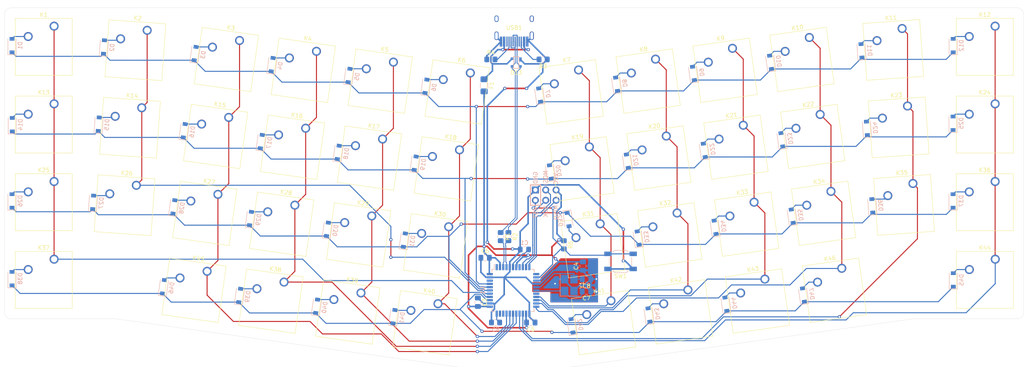
<source format=kicad_pcb>
(kicad_pcb (version 20171130) (host pcbnew 5.1.10-88a1d61d58~88~ubuntu20.04.1)
  (layers (0 F.Cu signal) (31 B.Cu signal) (34 B.Paste user) (35 F.Paste user) (36 B.SilkS user) (37 F.SilkS user) (38 B.Mask user) (39 F.Mask user) (44 Edge.Cuts user))
  (net 0 "")
  (net 1 +5V)
  (net 2 VCC)
  (net 3 "Net-(D1-Pad2)")
  (net 4 "Net-(D2-Pad2)")
  (net 5 "Net-(D3-Pad2)")
  (net 6 "Net-(D4-Pad2)")
  (net 7 row0)
  (net 8 row1)
  (net 9 row2)
  (net 10 row3)
  (net 11 "Net-(D5-Pad2)")
  (net 12 "Net-(D6-Pad2)")
  (net 13 "Net-(D7-Pad2)")
  (net 14 "Net-(D8-Pad2)")
  (net 15 "Net-(D9-Pad2)")
  (net 16 "Net-(D10-Pad2)")
  (net 17 "Net-(D11-Pad2)")
  (net 18 "Net-(D12-Pad2)")
  (net 19 "Net-(D14-Pad2)")
  (net 20 "Net-(D15-Pad2)")
  (net 21 "Net-(D16-Pad2)")
  (net 22 "Net-(D17-Pad2)")
  (net 23 "Net-(D18-Pad2)")
  (net 24 "Net-(D19-Pad2)")
  (net 25 "Net-(D20-Pad2)")
  (net 26 "Net-(D21-Pad2)")
  (net 27 "Net-(D22-Pad2)")
  (net 28 "Net-(D23-Pad2)")
  (net 29 "Net-(D24-Pad2)")
  (net 30 "Net-(D25-Pad2)")
  (net 31 "Net-(D26-Pad2)")
  (net 32 "Net-(D27-Pad2)")
  (net 33 "Net-(D28-Pad2)")
  (net 34 "Net-(D29-Pad2)")
  (net 35 "Net-(D30-Pad2)")
  (net 36 "Net-(D31-Pad2)")
  (net 37 "Net-(D32-Pad2)")
  (net 38 "Net-(D33-Pad2)")
  (net 39 "Net-(D34-Pad2)")
  (net 40 "Net-(D35-Pad2)")
  (net 41 "Net-(D36-Pad2)")
  (net 42 "Net-(D37-Pad2)")
  (net 43 "Net-(D38-Pad2)")
  (net 44 "Net-(D39-Pad2)")
  (net 45 "Net-(D40-Pad2)")
  (net 46 "Net-(D41-Pad2)")
  (net 47 "Net-(D42-Pad2)")
  (net 48 "Net-(D43-Pad2)")
  (net 49 "Net-(D44-Pad2)")
  (net 50 "Net-(D45-Pad2)")
  (net 51 D+)
  (net 52 D-)
  (net 53 col0)
  (net 54 col1)
  (net 55 col2)
  (net 56 col3)
  (net 57 col4)
  (net 58 col5)
  (net 59 col6)
  (net 60 col7)
  (net 61 col8)
  (net 62 col9)
  (net 63 col10)
  (net 64 col11)
  (net 65 GND)
  (net 66 "Net-(C1-Pad1)")
  (net 67 XTAL1)
  (net 68 XTAL2)
  (net 69 RESET)
  (net 70 MOSI)
  (net 71 SCK)
  (net 72 MISO)
  (net 73 "Net-(USB1-Pad3)")
  (net 74 "Net-(USB1-Pad9)")
  (net 75 DP)
  (net 76 DN)
  (net 77 "Net-(U1-Pad42)")
  (net 78 "Net-(U1-Pad32)")
  (net 79 "Net-(U1-Pad31)")
  (net 80 "Net-(U1-Pad18)")
  (net 81 "Net-(U1-Pad12)")
  (net 82 "Net-(U1-Pad8)")
  (net 83 "Net-(U1-Pad1)")
  (net 84 "Net-(R3-Pad1)")
  (net 85 "Net-(R4-Pad1)")
  (net 86 "Net-(R5-Pad2)")
  (net 87 "Net-(D46-Pad2)")
  (net 88 "Net-(D47-Pad2)")
  (module Button_Switch_Keyboard:SW_Cherry_MX_1.00u_Plate (layer F.Cu) (at 228.048928 93.764026 8)
    (fp_text reference K46 (at -2.54 -2.794 8) (layer F.SilkS))
    (fp_text value KEYSW)
    (pad "" np_thru_hole circle (at -2.54 5.08 8) (size 4 4) (drill 4) (layers *.Cu *.Mask))
    (pad 2 thru_hole circle (at -6.35 2.54 8) (size 2.2 2.2) (drill 1.5) (layers *.Cu *.Mask) (net 88 "Net-(D47-Pad2)"))
    (pad 1 thru_hole circle (at 0 0 8) (size 2.2 2.2) (drill 1.5) (layers *.Cu *.Mask) (net 62 col9))
  )
  (module Button_Switch_Keyboard:SW_Cherry_MX_1.00u_Plate (layer F.Cu) (at 72.412432 94.496135 352)
    (fp_text reference K45 (at -2.54 -2.794 172) (layer F.SilkS))
    (fp_text value KEYSW)
    (pad "" np_thru_hole circle (at -2.54 5.08 352) (size 4 4) (drill 4) (layers *.Cu *.Mask))
    (pad 2 thru_hole circle (at -6.35 2.54 352) (size 2.2 2.2) (drill 1.5) (layers *.Cu *.Mask) (net 87 "Net-(D46-Pad2)"))
    (pad 1 thru_hole circle (at 0 0 352) (size 2.2 2.2) (drill 1.5) (layers *.Cu *.Mask) (net 55 col2))
  )
  (module Diode_SMD:D_SOD-123 (layer B.Cu) (at 218.650136 100.320902 98)
    (fp_text reference D47 (at 0 2 98) (layer B.SilkS) (effects (justify mirror)))
    (fp_text value D)
    (pad 2 smd rect (at 1.65 0 98) (size 0.9 1.2) (layers B.Cu B.Paste B.Mask) (net 88 "Net-(D47-Pad2)"))
    (pad 1 smd rect (at -1.65 0 98) (size 0.9 1.2) (layers B.Cu B.Paste B.Mask) (net 10 row3))
  )
  (module Diode_SMD:D_SOD-123 (layer B.Cu) (at 61.722 98.298 82)
    (fp_text reference D46 (at 0 2 82) (layer B.SilkS) (effects (justify mirror)))
    (fp_text value D)
    (pad 2 smd rect (at 1.65 0 82) (size 0.9 1.2) (layers B.Cu B.Paste B.Mask) (net 87 "Net-(D46-Pad2)"))
    (pad 1 smd rect (at -1.65 0 82) (size 0.9 1.2) (layers B.Cu B.Paste B.Mask) (net 10 row3))
  )
  (module Inductor_SMD:L_0805_2012Metric_Pad1.15x1.40mm_HandSolder (layer B.Cu) (at 150.2195 89.154 180)
    (fp_text reference C1 (at 0 1.65) (layer B.SilkS) (effects (justify mirror)))
    (fp_text value 1u)
    (pad 2 smd roundrect (at 1.025 0 180) (size 1.15 1.4) (layers B.Cu B.Paste B.Mask) (roundrect_rratio 0.2173904347826087) (net 65 GND))
    (pad 1 smd roundrect (at -1.025 0 180) (size 1.15 1.4) (layers B.Cu B.Paste B.Mask) (roundrect_rratio 0.2173904347826087) (net 66 "Net-(C1-Pad1)"))
  )
  (module Button_Switch_Keyboard:SW_Cherry_MX_1.00u_Plate (layer F.Cu) (at 163.499231 45.123243 8)
    (fp_text reference K7 (at -2.54 -2.794 8) (layer F.SilkS))
    (fp_text value KEYSW)
    (pad "" np_thru_hole circle (at -2.54 5.08 8) (size 4 4) (drill 4) (layers *.Cu *.Mask))
    (pad 2 thru_hole circle (at -6.35 2.54 8) (size 2.2 2.2) (drill 1.5) (layers *.Cu *.Mask) (net 13 "Net-(D7-Pad2)"))
    (pad 1 thru_hole circle (at 0 0 8) (size 2.2 2.2) (drill 1.5) (layers *.Cu *.Mask) (net 59 col6))
  )
  (module Button_Switch_Keyboard:SW_Cherry_MX_1.00u_Plate (layer F.Cu) (at 34.89325 91.53525)
    (fp_text reference K37 (at -2.54 -2.794) (layer F.SilkS))
    (fp_text value KEYSW)
    (pad "" np_thru_hole circle (at -2.54 5.08) (size 4 4) (drill 4) (layers *.Cu *.Mask))
    (pad 2 thru_hole circle (at -6.35 2.54) (size 2.2 2.2) (drill 1.5) (layers *.Cu *.Mask) (net 43 "Net-(D38-Pad2)"))
    (pad 1 thru_hole circle (at 0 0) (size 2.2 2.2) (drill 1.5) (layers *.Cu *.Mask) (net 53 col0))
  )
  (module Button_Switch_Keyboard:SW_Cherry_MX_1.00u_Plate (layer F.Cu) (at 34.89325 34.38525)
    (fp_text reference K1 (at -2.54 -2.794) (layer F.SilkS))
    (fp_text value KEYSW)
    (pad "" np_thru_hole circle (at -2.54 5.08) (size 4 4) (drill 4) (layers *.Cu *.Mask))
    (pad 2 thru_hole circle (at -6.35 2.54) (size 2.2 2.2) (drill 1.5) (layers *.Cu *.Mask) (net 3 "Net-(D1-Pad2)"))
    (pad 1 thru_hole circle (at 0 0) (size 2.2 2.2) (drill 1.5) (layers *.Cu *.Mask) (net 53 col0))
  )
  (module Type-C:HRO-TYPE-C-31-M-12-HandSoldering (layer B.Cu) (at 147.7 29.972)
    (fp_text reference USB1 (at 0 4.79425) (layer F.SilkS))
    (fp_text value HRO-TYPE-C-31-M-12)
    (pad 12 smd rect (at 3.225 8.195) (size 0.6 2.45) (layers B.Cu B.Paste B.Mask) (net 65 GND))
    (pad 1 smd rect (at -3.225 8.195) (size 0.6 2.45) (layers B.Cu B.Paste B.Mask) (net 65 GND))
    (pad 11 smd rect (at 2.45 8.195) (size 0.6 2.45) (layers B.Cu B.Paste B.Mask) (net 2 VCC))
    (pad 2 smd rect (at -2.45 8.195) (size 0.6 2.45) (layers B.Cu B.Paste B.Mask) (net 2 VCC))
    (pad 3 smd rect (at -1.75 8.195) (size 0.3 2.45) (layers B.Cu B.Paste B.Mask) (net 73 "Net-(USB1-Pad3)"))
    (pad 10 smd rect (at 1.75 8.195) (size 0.3 2.45) (layers B.Cu B.Paste B.Mask) (net 84 "Net-(R3-Pad1)"))
    (pad 4 smd rect (at -1.25 8.195) (size 0.3 2.45) (layers B.Cu B.Paste B.Mask) (net 85 "Net-(R4-Pad1)"))
    (pad 9 smd rect (at 1.25 8.195) (size 0.3 2.45) (layers B.Cu B.Paste B.Mask) (net 74 "Net-(USB1-Pad9)"))
    (pad 5 smd rect (at -0.75 8.195) (size 0.3 2.45) (layers B.Cu B.Paste B.Mask) (net 76 DN))
    (pad 8 smd rect (at 0.75 8.195) (size 0.3 2.45) (layers B.Cu B.Paste B.Mask) (net 75 DP))
    (pad 7 smd rect (at 0.25 8.195) (size 0.3 2.45) (layers B.Cu B.Paste B.Mask) (net 76 DN))
    (pad 6 smd rect (at -0.25 8.195) (size 0.3 2.45) (layers B.Cu B.Paste B.Mask) (net 75 DP))
    (pad "" np_thru_hole circle (at 2.89 6.25) (size 0.65 0.65) (drill 0.65) (layers *.Cu *.Mask))
    (pad "" np_thru_hole circle (at -2.89 6.25) (size 0.65 0.65) (drill 0.65) (layers *.Cu *.Mask))
    (pad 13 thru_hole oval (at -4.32 6.78) (size 1 2.1) (drill oval 0.6 1.7) (layers *.Cu F.Mask) (net 65 GND))
    (pad 13 thru_hole oval (at 4.32 6.78) (size 1 2.1) (drill oval 0.6 1.7) (layers *.Cu F.Mask) (net 65 GND))
    (pad 13 thru_hole oval (at -4.32 2.6) (size 1 1.6) (drill oval 0.6 1.2) (layers *.Cu F.Mask) (net 65 GND))
    (pad 13 thru_hole oval (at 4.32 2.6) (size 1 1.6) (drill oval 0.6 1.2) (layers *.Cu F.Mask) (net 65 GND))
  )
  (module Button_Switch_Keyboard:SW_Cherry_MX_1.00u_Plate (layer F.Cu) (at 57.717455 35.403944 356)
    (fp_text reference K2 (at -2.54 -2.794 176) (layer F.SilkS))
    (fp_text value KEYSW)
    (pad "" np_thru_hole circle (at -2.54 5.08 356) (size 4 4) (drill 4) (layers *.Cu *.Mask))
    (pad 2 thru_hole circle (at -6.35 2.54 356) (size 2.2 2.2) (drill 1.5) (layers *.Cu *.Mask) (net 4 "Net-(D2-Pad2)"))
    (pad 1 thru_hole circle (at 0 0 356) (size 2.2 2.2) (drill 1.5) (layers *.Cu *.Mask) (net 54 col1))
  )
  (module Capacitor_SMD:C_0805_2012Metric_Pad1.18x1.45mm_HandSolder (layer B.Cu) (at 140.589 91.186 180)
    (fp_text reference C6 (at 0 1.68) (layer F.SilkS))
    (fp_text value 10uF)
    (pad 2 smd roundrect (at 1.0375 0 180) (size 1.175 1.45) (layers B.Cu B.Paste B.Mask) (roundrect_rratio 0.2127659574468085) (net 65 GND))
    (pad 1 smd roundrect (at -1.0375 0 180) (size 1.175 1.45) (layers B.Cu B.Paste B.Mask) (roundrect_rratio 0.2127659574468085) (net 1 +5V))
  )
  (module Capacitor_SMD:C_0805_2012Metric_Pad1.18x1.45mm_HandSolder (layer B.Cu) (at 151.7865 107.061)
    (fp_text reference C5 (at 0 1.68) (layer F.SilkS))
    (fp_text value 0.1uF)
    (pad 2 smd roundrect (at 1.0375 0) (size 1.175 1.45) (layers B.Cu B.Paste B.Mask) (roundrect_rratio 0.2127659574468085) (net 65 GND))
    (pad 1 smd roundrect (at -1.0375 0) (size 1.175 1.45) (layers B.Cu B.Paste B.Mask) (roundrect_rratio 0.2127659574468085) (net 1 +5V))
  )
  (module Package_QFP:TQFP-44_10x10mm_P0.8mm (layer B.Cu) (at 147.432 99.187 270)
    (fp_text reference U1 (at 0 7.45 90) (layer B.SilkS) (effects (justify mirror)))
    (fp_text value ATmega32U4-AU)
    (pad 44 smd rect (at -4 5.7 180) (size 1.5 0.55) (layers B.Cu B.Paste B.Mask) (net 1 +5V))
    (pad 43 smd rect (at -3.2 5.7 180) (size 1.5 0.55) (layers B.Cu B.Paste B.Mask) (net 65 GND))
    (pad 42 smd rect (at -2.4 5.7 180) (size 1.5 0.55) (layers B.Cu B.Paste B.Mask) (net 77 "Net-(U1-Pad42)"))
    (pad 41 smd rect (at -1.6 5.7 180) (size 1.5 0.55) (layers B.Cu B.Paste B.Mask) (net 7 row0))
    (pad 40 smd rect (at -0.8 5.7 180) (size 1.5 0.55) (layers B.Cu B.Paste B.Mask) (net 8 row1))
    (pad 39 smd rect (at 0 5.7 180) (size 1.5 0.55) (layers B.Cu B.Paste B.Mask) (net 9 row2))
    (pad 38 smd rect (at 0.8 5.7 180) (size 1.5 0.55) (layers B.Cu B.Paste B.Mask) (net 54 col1))
    (pad 37 smd rect (at 1.6 5.7 180) (size 1.5 0.55) (layers B.Cu B.Paste B.Mask) (net 53 col0))
    (pad 36 smd rect (at 2.4 5.7 180) (size 1.5 0.55) (layers B.Cu B.Paste B.Mask) (net 10 row3))
    (pad 35 smd rect (at 3.2 5.7 180) (size 1.5 0.55) (layers B.Cu B.Paste B.Mask) (net 65 GND))
    (pad 34 smd rect (at 4 5.7 180) (size 1.5 0.55) (layers B.Cu B.Paste B.Mask) (net 1 +5V))
    (pad 33 smd rect (at 5.7 4 270) (size 1.5 0.55) (layers B.Cu B.Paste B.Mask) (net 86 "Net-(R5-Pad2)"))
    (pad 32 smd rect (at 5.7 3.2 270) (size 1.5 0.55) (layers B.Cu B.Paste B.Mask) (net 78 "Net-(U1-Pad32)"))
    (pad 31 smd rect (at 5.7 2.4 270) (size 1.5 0.55) (layers B.Cu B.Paste B.Mask) (net 79 "Net-(U1-Pad31)"))
    (pad 30 smd rect (at 5.7 1.6 270) (size 1.5 0.55) (layers B.Cu B.Paste B.Mask) (net 58 col5))
    (pad 29 smd rect (at 5.7 0.8 270) (size 1.5 0.55) (layers B.Cu B.Paste B.Mask) (net 57 col4))
    (pad 28 smd rect (at 5.7 0 270) (size 1.5 0.55) (layers B.Cu B.Paste B.Mask) (net 56 col3))
    (pad 27 smd rect (at 5.7 -0.8 270) (size 1.5 0.55) (layers B.Cu B.Paste B.Mask) (net 55 col2))
    (pad 26 smd rect (at 5.7 -1.6 270) (size 1.5 0.55) (layers B.Cu B.Paste B.Mask) (net 64 col11))
    (pad 25 smd rect (at 5.7 -2.4 270) (size 1.5 0.55) (layers B.Cu B.Paste B.Mask) (net 63 col10))
    (pad 24 smd rect (at 5.7 -3.2 270) (size 1.5 0.55) (layers B.Cu B.Paste B.Mask) (net 1 +5V))
    (pad 23 smd rect (at 5.7 -4 270) (size 1.5 0.55) (layers B.Cu B.Paste B.Mask) (net 65 GND))
    (pad 22 smd rect (at 4 -5.7 180) (size 1.5 0.55) (layers B.Cu B.Paste B.Mask) (net 62 col9))
    (pad 21 smd rect (at 3.2 -5.7 180) (size 1.5 0.55) (layers B.Cu B.Paste B.Mask) (net 61 col8))
    (pad 20 smd rect (at 2.4 -5.7 180) (size 1.5 0.55) (layers B.Cu B.Paste B.Mask) (net 60 col7))
    (pad 19 smd rect (at 1.6 -5.7 180) (size 1.5 0.55) (layers B.Cu B.Paste B.Mask) (net 59 col6))
    (pad 18 smd rect (at 0.8 -5.7 180) (size 1.5 0.55) (layers B.Cu B.Paste B.Mask) (net 80 "Net-(U1-Pad18)"))
    (pad 17 smd rect (at 0 -5.7 180) (size 1.5 0.55) (layers B.Cu B.Paste B.Mask) (net 67 XTAL1))
    (pad 16 smd rect (at -0.8 -5.7 180) (size 1.5 0.55) (layers B.Cu B.Paste B.Mask) (net 68 XTAL2))
    (pad 15 smd rect (at -1.6 -5.7 180) (size 1.5 0.55) (layers B.Cu B.Paste B.Mask) (net 65 GND))
    (pad 14 smd rect (at -2.4 -5.7 180) (size 1.5 0.55) (layers B.Cu B.Paste B.Mask) (net 1 +5V))
    (pad 13 smd rect (at -3.2 -5.7 180) (size 1.5 0.55) (layers B.Cu B.Paste B.Mask) (net 69 RESET))
    (pad 12 smd rect (at -4 -5.7 180) (size 1.5 0.55) (layers B.Cu B.Paste B.Mask) (net 81 "Net-(U1-Pad12)"))
    (pad 11 smd rect (at -5.7 -4 270) (size 1.5 0.55) (layers B.Cu B.Paste B.Mask) (net 72 MISO))
    (pad 10 smd rect (at -5.7 -3.2 270) (size 1.5 0.55) (layers B.Cu B.Paste B.Mask) (net 70 MOSI))
    (pad 9 smd rect (at -5.7 -2.4 270) (size 1.5 0.55) (layers B.Cu B.Paste B.Mask) (net 71 SCK))
    (pad 8 smd rect (at -5.7 -1.6 270) (size 1.5 0.55) (layers B.Cu B.Paste B.Mask) (net 82 "Net-(U1-Pad8)"))
    (pad 7 smd rect (at -5.7 -0.8 270) (size 1.5 0.55) (layers B.Cu B.Paste B.Mask) (net 1 +5V))
    (pad 6 smd rect (at -5.7 0 270) (size 1.5 0.55) (layers B.Cu B.Paste B.Mask) (net 66 "Net-(C1-Pad1)"))
    (pad 5 smd rect (at -5.7 0.8 270) (size 1.5 0.55) (layers B.Cu B.Paste B.Mask) (net 65 GND))
    (pad 4 smd rect (at -5.7 1.6 270) (size 1.5 0.55) (layers B.Cu B.Paste B.Mask) (net 51 D+))
    (pad 3 smd rect (at -5.7 2.4 270) (size 1.5 0.55) (layers B.Cu B.Paste B.Mask) (net 52 D-))
    (pad 2 smd rect (at -5.7 3.2 270) (size 1.5 0.55) (layers B.Cu B.Paste B.Mask) (net 1 +5V))
    (pad 1 smd rect (at -5.7 4 270) (size 1.5 0.55) (layers B.Cu B.Paste B.Mask) (net 83 "Net-(U1-Pad1)"))
  )
  (module Resistor_SMD:R_0805_2012Metric_Pad1.20x1.40mm_HandSolder (layer B.Cu) (at 143.145 107.061)
    (fp_text reference R5 (at 0 1.65) (layer B.SilkS) (effects (justify mirror)))
    (fp_text value 10k)
    (pad 2 smd roundrect (at 1 0) (size 1.2 1.4) (layers B.Cu B.Paste B.Mask) (roundrect_rratio 0.2083325) (net 86 "Net-(R5-Pad2)"))
    (pad 1 smd roundrect (at -1 0) (size 1.2 1.4) (layers B.Cu B.Paste B.Mask) (roundrect_rratio 0.2083325) (net 65 GND))
  )
  (module Button_Switch_Keyboard:SW_Cherry_MX_1.00u_Plate (layer F.Cu) (at 34.89325 53.43525)
    (fp_text reference K13 (at -2.54 -2.794) (layer F.SilkS))
    (fp_text value KEYSW)
    (pad "" np_thru_hole circle (at -2.54 5.08) (size 4 4) (drill 4) (layers *.Cu *.Mask))
    (pad 2 thru_hole circle (at -6.35 2.54) (size 2.2 2.2) (drill 1.5) (layers *.Cu *.Mask) (net 19 "Net-(D14-Pad2)"))
    (pad 1 thru_hole circle (at 0 0) (size 2.2 2.2) (drill 1.5) (layers *.Cu *.Mask) (net 53 col0))
  )
  (module random-keyboard-parts:SOT143B (layer B.Cu) (at 148.209 43.307 180)
    (fp_text reference D13 (at 0 -2.45) (layer F.SilkS))
    (fp_text value PRTR5V0U2X)
    (pad 1 smd rect (at -1 0.75 270) (size 1 0.7) (layers B.Cu B.Paste B.Mask) (net 65 GND))
    (pad 4 smd rect (at 1 0.95 270) (size 0.6 0.7) (layers B.Cu B.Paste B.Mask) (net 2 VCC))
    (pad 2 smd rect (at -1 -0.95 270) (size 0.6 0.7) (layers B.Cu B.Paste B.Mask) (net 75 DP))
    (pad 3 smd rect (at 1 -0.95 270) (size 0.6 0.7) (layers B.Cu B.Paste B.Mask) (net 76 DN))
  )
  (module Crystal:Crystal_SMD_3225-4Pin_3.2x2.5mm_HandSoldering (layer B.Cu) (at 161.2335 97.87475 90)
    (fp_text reference Y1 (at 0 3.05 90) (layer F.SilkS))
    (fp_text value XTAL)
    (pad 4 smd rect (at -1.45 1.15 90) (size 2.1 1.8) (layers B.Cu B.Paste B.Mask) (net 65 GND))
    (pad 3 smd rect (at 1.45 1.15 90) (size 2.1 1.8) (layers B.Cu B.Paste B.Mask) (net 68 XTAL2))
    (pad 2 smd rect (at 1.45 -1.15 90) (size 2.1 1.8) (layers B.Cu B.Paste B.Mask) (net 65 GND))
    (pad 1 smd rect (at -1.45 -1.15 90) (size 2.1 1.8) (layers B.Cu B.Paste B.Mask) (net 67 XTAL1))
  )
  (module Button_Switch_SMD:SW_SPST_SKQG_WithStem (layer B.Cu) (at 173.7995 92.075)
    (fp_text reference SW1 (at 0 3.6) (layer F.SilkS))
    (fp_text value SW_PUSH)
    (pad 2 smd rect (at 3.1 -1.85) (size 1.8 1.1) (layers B.Cu B.Paste B.Mask) (net 69 RESET))
    (pad 2 smd rect (at -3.1 -1.85) (size 1.8 1.1) (layers B.Cu B.Paste B.Mask) (net 69 RESET))
    (pad 1 smd rect (at 3.1 1.85) (size 1.8 1.1) (layers B.Cu B.Paste B.Mask) (net 65 GND))
    (pad 1 smd rect (at -3.1 1.85) (size 1.8 1.1) (layers B.Cu B.Paste B.Mask) (net 65 GND))
  )
  (module Resistor_SMD:R_0805_2012Metric_Pad1.20x1.40mm_HandSolder (layer B.Cu) (at 142.002 42.545 180)
    (fp_text reference R4 (at 0 1.65) (layer F.SilkS))
    (fp_text value 5.1k)
    (pad 2 smd roundrect (at 1 0 180) (size 1.2 1.4) (layers B.Cu B.Paste B.Mask) (roundrect_rratio 0.2083325) (net 65 GND))
    (pad 1 smd roundrect (at -1 0 180) (size 1.2 1.4) (layers B.Cu B.Paste B.Mask) (roundrect_rratio 0.2083325) (net 85 "Net-(R4-Pad1)"))
  )
  (module Resistor_SMD:R_0805_2012Metric_Pad1.20x1.40mm_HandSolder (layer B.Cu) (at 154.813 42.545)
    (fp_text reference R3 (at 0 1.65) (layer F.SilkS))
    (fp_text value 5.1k)
    (pad 2 smd roundrect (at 1 0) (size 1.2 1.4) (layers B.Cu B.Paste B.Mask) (roundrect_rratio 0.2083325) (net 65 GND))
    (pad 1 smd roundrect (at -1 0) (size 1.2 1.4) (layers B.Cu B.Paste B.Mask) (roundrect_rratio 0.2083325) (net 84 "Net-(R3-Pad1)"))
  )
  (module Resistor_SMD:R_0805_2012Metric_Pad1.20x1.40mm_HandSolder (layer B.Cu) (at 146.304 85.99475 90)
    (fp_text reference R2 (at 0 1.65 90) (layer F.SilkS))
    (fp_text value 22)
    (pad 2 smd roundrect (at 1 0 90) (size 1.2 1.4) (layers B.Cu B.Paste B.Mask) (roundrect_rratio 0.2083325) (net 75 DP))
    (pad 1 smd roundrect (at -1 0 90) (size 1.2 1.4) (layers B.Cu B.Paste B.Mask) (roundrect_rratio 0.2083325) (net 51 D+))
  )
  (module Resistor_SMD:R_0805_2012Metric_Pad1.20x1.40mm_HandSolder (layer B.Cu) (at 144.399 85.99475 90)
    (fp_text reference R1 (at 0 1.65 90) (layer F.SilkS))
    (fp_text value 22)
    (pad 2 smd roundrect (at 1 0 90) (size 1.2 1.4) (layers B.Cu B.Paste B.Mask) (roundrect_rratio 0.2083325) (net 76 DN))
    (pad 1 smd roundrect (at -1 0 90) (size 1.2 1.4) (layers B.Cu B.Paste B.Mask) (roundrect_rratio 0.2083325) (net 52 D-))
  )
  (module Resistor_SMD:R_0805_2012Metric_Pad1.20x1.40mm_HandSolder (layer B.Cu) (at 159.893 88.011 90)
    (fp_text reference R6 (at 0 1.65 90) (layer F.SilkS))
    (fp_text value 10k)
    (pad 2 smd roundrect (at 1 0 90) (size 1.2 1.4) (layers B.Cu B.Paste B.Mask) (roundrect_rratio 0.2083325) (net 1 +5V))
    (pad 1 smd roundrect (at -1 0 90) (size 1.2 1.4) (layers B.Cu B.Paste B.Mask) (roundrect_rratio 0.2083325) (net 69 RESET))
  )
  (module Button_Switch_Keyboard:SW_Cherry_MX_1.00u_Plate (layer F.Cu) (at 265.684 91.53525)
    (fp_text reference K44 (at -2.54 -2.794) (layer F.SilkS))
    (fp_text value KEYSW)
    (pad "" np_thru_hole circle (at -2.54 5.08) (size 4 4) (drill 4) (layers *.Cu *.Mask))
    (pad 2 thru_hole circle (at -6.35 2.54) (size 2.2 2.2) (drill 1.5) (layers *.Cu *.Mask) (net 50 "Net-(D45-Pad2)"))
    (pad 1 thru_hole circle (at 0 0) (size 2.2 2.2) (drill 1.5) (layers *.Cu *.Mask) (net 64 col11))
  )
  (module Button_Switch_Keyboard:SW_Cherry_MX_1.00u_Plate (layer F.Cu) (at 209.182186 96.414568 8)
    (fp_text reference K43 (at -2.54 -2.794 8) (layer F.SilkS))
    (fp_text value KEYSW)
    (pad "" np_thru_hole circle (at -2.54 5.08 8) (size 4 4) (drill 4) (layers *.Cu *.Mask))
    (pad 2 thru_hole circle (at -6.35 2.54 8) (size 2.2 2.2) (drill 1.5) (layers *.Cu *.Mask) (net 49 "Net-(D44-Pad2)"))
    (pad 1 thru_hole circle (at 0 0 8) (size 2.2 2.2) (drill 1.5) (layers *.Cu *.Mask) (net 61 col8))
  )
  (module Button_Switch_Keyboard:SW_Cherry_MX_1.00u_Plate (layer F.Cu) (at 190.317581 99.065815 8)
    (fp_text reference K42 (at -2.54 -2.794 8) (layer F.SilkS))
    (fp_text value KEYSW)
    (pad "" np_thru_hole circle (at -2.54 5.08 8) (size 4 4) (drill 4) (layers *.Cu *.Mask))
    (pad 2 thru_hole circle (at -6.35 2.54 8) (size 2.2 2.2) (drill 1.5) (layers *.Cu *.Mask) (net 48 "Net-(D43-Pad2)"))
    (pad 1 thru_hole circle (at 0 0 8) (size 2.2 2.2) (drill 1.5) (layers *.Cu *.Mask) (net 60 col7))
  )
  (module Button_Switch_Keyboard:SW_Cherry_MX_1.00u_Plate (layer F.Cu) (at 171.452974 101.717063 8)
    (fp_text reference K41 (at -2.54 -2.794 8) (layer F.SilkS))
    (fp_text value KEYSW)
    (pad "" np_thru_hole circle (at -2.54 5.08 8) (size 4 4) (drill 4) (layers *.Cu *.Mask))
    (pad 2 thru_hole circle (at -6.35 2.54 8) (size 2.2 2.2) (drill 1.5) (layers *.Cu *.Mask) (net 47 "Net-(D42-Pad2)"))
    (pad 1 thru_hole circle (at 0 0 8) (size 2.2 2.2) (drill 1.5) (layers *.Cu *.Mask) (net 59 col6))
  )
  (module Button_Switch_Keyboard:SW_Cherry_MX_1.00u_Plate (layer F.Cu) (at 129.032 102.45725 352)
    (fp_text reference K40 (at -2.54 -2.794 172) (layer F.SilkS))
    (fp_text value KEYSW)
    (pad "" np_thru_hole circle (at -2.54 5.08 352) (size 4 4) (drill 4) (layers *.Cu *.Mask))
    (pad 2 thru_hole circle (at -6.35 2.54 352) (size 2.2 2.2) (drill 1.5) (layers *.Cu *.Mask) (net 46 "Net-(D41-Pad2)"))
    (pad 1 thru_hole circle (at 0 0 352) (size 2.2 2.2) (drill 1.5) (layers *.Cu *.Mask) (net 58 col5))
  )
  (module Button_Switch_Keyboard:SW_Cherry_MX_1.00u_Plate (layer F.Cu) (at 110.142897 99.798737 352)
    (fp_text reference K39 (at -2.54 -2.794 172) (layer F.SilkS))
    (fp_text value KEYSW)
    (pad "" np_thru_hole circle (at -2.54 5.08 352) (size 4 4) (drill 4) (layers *.Cu *.Mask))
    (pad 2 thru_hole circle (at -6.35 2.54 352) (size 2.2 2.2) (drill 1.5) (layers *.Cu *.Mask) (net 45 "Net-(D40-Pad2)"))
    (pad 1 thru_hole circle (at 0 0 352) (size 2.2 2.2) (drill 1.5) (layers *.Cu *.Mask) (net 57 col4))
  )
  (module Button_Switch_Keyboard:SW_Cherry_MX_1.00u_Plate (layer F.Cu) (at 91.278291 97.147489 352)
    (fp_text reference K38 (at -2.54 -2.794 172) (layer F.SilkS))
    (fp_text value KEYSW)
    (pad "" np_thru_hole circle (at -2.54 5.08 352) (size 4 4) (drill 4) (layers *.Cu *.Mask))
    (pad 2 thru_hole circle (at -6.35 2.54 352) (size 2.2 2.2) (drill 1.5) (layers *.Cu *.Mask) (net 44 "Net-(D39-Pad2)"))
    (pad 1 thru_hole circle (at 0 0 352) (size 2.2 2.2) (drill 1.5) (layers *.Cu *.Mask) (net 56 col3))
  )
  (module Button_Switch_Keyboard:SW_Cherry_MX_1.00u_Plate (layer F.Cu) (at 265.65225 72.48525)
    (fp_text reference K36 (at -2.54 -2.794) (layer F.SilkS))
    (fp_text value KEYSW)
    (pad "" np_thru_hole circle (at -2.54 5.08) (size 4 4) (drill 4) (layers *.Cu *.Mask))
    (pad 2 thru_hole circle (at -6.35 2.54) (size 2.2 2.2) (drill 1.5) (layers *.Cu *.Mask) (net 42 "Net-(D37-Pad2)"))
    (pad 1 thru_hole circle (at 0 0) (size 2.2 2.2) (drill 1.5) (layers *.Cu *.Mask) (net 64 col11))
  )
  (module Button_Switch_Keyboard:SW_Cherry_MX_1.00u_Plate (layer F.Cu) (at 245.498247 72.971769 4)
    (fp_text reference K35 (at -2.54 -2.794 4) (layer F.SilkS))
    (fp_text value KEYSW)
    (pad "" np_thru_hole circle (at -2.54 5.08 4) (size 4 4) (drill 4) (layers *.Cu *.Mask))
    (pad 2 thru_hole circle (at -6.35 2.54 4) (size 2.2 2.2) (drill 1.5) (layers *.Cu *.Mask) (net 41 "Net-(D36-Pad2)"))
    (pad 1 thru_hole circle (at 0 0 4) (size 2.2 2.2) (drill 1.5) (layers *.Cu *.Mask) (net 63 col10))
  )
  (module Button_Switch_Keyboard:SW_Cherry_MX_1.00u_Plate (layer F.Cu) (at 225.395545 74.898713 8)
    (fp_text reference K34 (at -2.54 -2.794 8) (layer F.SilkS))
    (fp_text value KEYSW)
    (pad "" np_thru_hole circle (at -2.54 5.08 8) (size 4 4) (drill 4) (layers *.Cu *.Mask))
    (pad 2 thru_hole circle (at -6.35 2.54 8) (size 2.2 2.2) (drill 1.5) (layers *.Cu *.Mask) (net 40 "Net-(D35-Pad2)"))
    (pad 1 thru_hole circle (at 0 0 8) (size 2.2 2.2) (drill 1.5) (layers *.Cu *.Mask) (net 62 col9))
  )
  (module Button_Switch_Keyboard:SW_Cherry_MX_1.00u_Plate (layer F.Cu) (at 206.544188 77.55441 8)
    (fp_text reference K33 (at -2.54 -2.794 8) (layer F.SilkS))
    (fp_text value KEYSW)
    (pad "" np_thru_hole circle (at -2.54 5.08 8) (size 4 4) (drill 4) (layers *.Cu *.Mask))
    (pad 2 thru_hole circle (at -6.35 2.54 8) (size 2.2 2.2) (drill 1.5) (layers *.Cu *.Mask) (net 39 "Net-(D34-Pad2)"))
    (pad 1 thru_hole circle (at 0 0 8) (size 2.2 2.2) (drill 1.5) (layers *.Cu *.Mask) (net 61 col8))
  )
  (module Button_Switch_Keyboard:SW_Cherry_MX_1.00u_Plate (layer F.Cu) (at 187.666333 80.201208 8)
    (fp_text reference K32 (at -2.54 -2.794 8) (layer F.SilkS))
    (fp_text value KEYSW)
    (pad "" np_thru_hole circle (at -2.54 5.08 8) (size 4 4) (drill 4) (layers *.Cu *.Mask))
    (pad 2 thru_hole circle (at -6.35 2.54 8) (size 2.2 2.2) (drill 1.5) (layers *.Cu *.Mask) (net 38 "Net-(D33-Pad2)"))
    (pad 1 thru_hole circle (at 0 0 8) (size 2.2 2.2) (drill 1.5) (layers *.Cu *.Mask) (net 60 col7))
  )
  (module Button_Switch_Keyboard:SW_Cherry_MX_1.00u_Plate (layer F.Cu) (at 168.801726 82.852456 8)
    (fp_text reference K31 (at -2.54 -2.794 8) (layer F.SilkS))
    (fp_text value KEYSW)
    (pad "" np_thru_hole circle (at -2.54 5.08 8) (size 4 4) (drill 4) (layers *.Cu *.Mask))
    (pad 2 thru_hole circle (at -6.35 2.54 8) (size 2.2 2.2) (drill 1.5) (layers *.Cu *.Mask) (net 37 "Net-(D32-Pad2)"))
    (pad 1 thru_hole circle (at 0 0 8) (size 2.2 2.2) (drill 1.5) (layers *.Cu *.Mask) (net 59 col6))
  )
  (module Button_Switch_Keyboard:SW_Cherry_MX_1.00u_Plate (layer F.Cu) (at 131.658752 83.585377 352)
    (fp_text reference K30 (at -2.54 -2.794 172) (layer F.SilkS))
    (fp_text value KEYSW)
    (pad "" np_thru_hole circle (at -2.54 5.08 352) (size 4 4) (drill 4) (layers *.Cu *.Mask))
    (pad 2 thru_hole circle (at -6.35 2.54 352) (size 2.2 2.2) (drill 1.5) (layers *.Cu *.Mask) (net 36 "Net-(D31-Pad2)"))
    (pad 1 thru_hole circle (at 0 0 352) (size 2.2 2.2) (drill 1.5) (layers *.Cu *.Mask) (net 58 col5))
  )
  (module Button_Switch_Keyboard:SW_Cherry_MX_1.00u_Plate (layer F.Cu) (at 112.794145 80.93413 352)
    (fp_text reference K29 (at -2.54 -2.794 172) (layer F.SilkS))
    (fp_text value KEYSW)
    (pad "" np_thru_hole circle (at -2.54 5.08 352) (size 4 4) (drill 4) (layers *.Cu *.Mask))
    (pad 2 thru_hole circle (at -6.35 2.54 352) (size 2.2 2.2) (drill 1.5) (layers *.Cu *.Mask) (net 35 "Net-(D30-Pad2)"))
    (pad 1 thru_hole circle (at 0 0 352) (size 2.2 2.2) (drill 1.5) (layers *.Cu *.Mask) (net 57 col4))
  )
  (module Button_Switch_Keyboard:SW_Cherry_MX_1.00u_Plate (layer F.Cu) (at 93.929538 78.282882 352)
    (fp_text reference K28 (at -2.54 -2.794 172) (layer F.SilkS))
    (fp_text value KEYSW)
    (pad "" np_thru_hole circle (at -2.54 5.08 352) (size 4 4) (drill 4) (layers *.Cu *.Mask))
    (pad 2 thru_hole circle (at -6.35 2.54 352) (size 2.2 2.2) (drill 1.5) (layers *.Cu *.Mask) (net 34 "Net-(D29-Pad2)"))
    (pad 1 thru_hole circle (at 0 0 352) (size 2.2 2.2) (drill 1.5) (layers *.Cu *.Mask) (net 56 col3))
  )
  (module Button_Switch_Keyboard:SW_Cherry_MX_1.00u_Plate (layer F.Cu) (at 75.064932 75.631635 352)
    (fp_text reference K27 (at -2.54 -2.794 172) (layer F.SilkS))
    (fp_text value KEYSW)
    (pad "" np_thru_hole circle (at -2.54 5.08 352) (size 4 4) (drill 4) (layers *.Cu *.Mask))
    (pad 2 thru_hole circle (at -6.35 2.54 352) (size 2.2 2.2) (drill 1.5) (layers *.Cu *.Mask) (net 33 "Net-(D28-Pad2)"))
    (pad 1 thru_hole circle (at 0 0 352) (size 2.2 2.2) (drill 1.5) (layers *.Cu *.Mask) (net 55 col2))
  )
  (module Button_Switch_Keyboard:SW_Cherry_MX_1.00u_Plate (layer F.Cu) (at 55.059734 73.411134 356)
    (fp_text reference K26 (at -2.54 -2.794 176) (layer F.SilkS))
    (fp_text value KEYSW)
    (pad "" np_thru_hole circle (at -2.54 5.08 356) (size 4 4) (drill 4) (layers *.Cu *.Mask))
    (pad 2 thru_hole circle (at -6.35 2.54 356) (size 2.2 2.2) (drill 1.5) (layers *.Cu *.Mask) (net 32 "Net-(D27-Pad2)"))
    (pad 1 thru_hole circle (at 0 0 356) (size 2.2 2.2) (drill 1.5) (layers *.Cu *.Mask) (net 54 col1))
  )
  (module Button_Switch_Keyboard:SW_Cherry_MX_1.00u_Plate (layer F.Cu) (at 34.89325 72.48525)
    (fp_text reference K25 (at -2.54 -2.794) (layer F.SilkS))
    (fp_text value KEYSW)
    (pad "" np_thru_hole circle (at -2.54 5.08) (size 4 4) (drill 4) (layers *.Cu *.Mask))
    (pad 2 thru_hole circle (at -6.35 2.54) (size 2.2 2.2) (drill 1.5) (layers *.Cu *.Mask) (net 31 "Net-(D26-Pad2)"))
    (pad 1 thru_hole circle (at 0 0) (size 2.2 2.2) (drill 1.5) (layers *.Cu *.Mask) (net 53 col0))
  )
  (module Button_Switch_Keyboard:SW_Cherry_MX_1.00u_Plate (layer F.Cu) (at 265.65225 53.43525)
    (fp_text reference K24 (at -2.54 -2.794) (layer F.SilkS))
    (fp_text value KEYSW)
    (pad "" np_thru_hole circle (at -2.54 5.08) (size 4 4) (drill 4) (layers *.Cu *.Mask))
    (pad 2 thru_hole circle (at -6.35 2.54) (size 2.2 2.2) (drill 1.5) (layers *.Cu *.Mask) (net 30 "Net-(D25-Pad2)"))
    (pad 1 thru_hole circle (at 0 0) (size 2.2 2.2) (drill 1.5) (layers *.Cu *.Mask) (net 64 col11))
  )
  (module Button_Switch_Keyboard:SW_Cherry_MX_1.00u_Plate (layer F.Cu) (at 244.169386 53.968174 4)
    (fp_text reference K23 (at -2.54 -2.794 4) (layer F.SilkS))
    (fp_text value KEYSW)
    (pad "" np_thru_hole circle (at -2.54 5.08 4) (size 4 4) (drill 4) (layers *.Cu *.Mask))
    (pad 2 thru_hole circle (at -6.35 2.54 4) (size 2.2 2.2) (drill 1.5) (layers *.Cu *.Mask) (net 29 "Net-(D24-Pad2)"))
    (pad 1 thru_hole circle (at 0 0 4) (size 2.2 2.2) (drill 1.5) (layers *.Cu *.Mask) (net 63 col10))
  )
  (module Button_Switch_Keyboard:SW_Cherry_MX_1.00u_Plate (layer F.Cu) (at 222.744299 56.034107 8)
    (fp_text reference K22 (at -2.54 -2.794 8) (layer F.SilkS))
    (fp_text value KEYSW)
    (pad "" np_thru_hole circle (at -2.54 5.08 8) (size 4 4) (drill 4) (layers *.Cu *.Mask))
    (pad 2 thru_hole circle (at -6.35 2.54 8) (size 2.2 2.2) (drill 1.5) (layers *.Cu *.Mask) (net 28 "Net-(D23-Pad2)"))
    (pad 1 thru_hole circle (at 0 0 8) (size 2.2 2.2) (drill 1.5) (layers *.Cu *.Mask) (net 62 col9))
  )
  (module Button_Switch_Keyboard:SW_Cherry_MX_1.00u_Plate (layer F.Cu) (at 203.89207 58.683614 8)
    (fp_text reference K21 (at -2.54 -2.794 8) (layer F.SilkS))
    (fp_text value KEYSW)
    (pad "" np_thru_hole circle (at -2.54 5.08 8) (size 4 4) (drill 4) (layers *.Cu *.Mask))
    (pad 2 thru_hole circle (at -6.35 2.54 8) (size 2.2 2.2) (drill 1.5) (layers *.Cu *.Mask) (net 27 "Net-(D22-Pad2)"))
    (pad 1 thru_hole circle (at 0 0 8) (size 2.2 2.2) (drill 1.5) (layers *.Cu *.Mask) (net 61 col8))
  )
  (module Button_Switch_Keyboard:SW_Cherry_MX_1.00u_Plate (layer F.Cu) (at 185.015085 61.336601 8)
    (fp_text reference K20 (at -2.54 -2.794 8) (layer F.SilkS))
    (fp_text value KEYSW)
    (pad "" np_thru_hole circle (at -2.54 5.08 8) (size 4 4) (drill 4) (layers *.Cu *.Mask))
    (pad 2 thru_hole circle (at -6.35 2.54 8) (size 2.2 2.2) (drill 1.5) (layers *.Cu *.Mask) (net 26 "Net-(D21-Pad2)"))
    (pad 1 thru_hole circle (at 0 0 8) (size 2.2 2.2) (drill 1.5) (layers *.Cu *.Mask) (net 60 col7))
  )
  (module Button_Switch_Keyboard:SW_Cherry_MX_1.00u_Plate (layer F.Cu) (at 166.15048 63.987849 8)
    (fp_text reference K19 (at -2.54 -2.794 8) (layer F.SilkS))
    (fp_text value KEYSW)
    (pad "" np_thru_hole circle (at -2.54 5.08 8) (size 4 4) (drill 4) (layers *.Cu *.Mask))
    (pad 2 thru_hole circle (at -6.35 2.54 8) (size 2.2 2.2) (drill 1.5) (layers *.Cu *.Mask) (net 25 "Net-(D20-Pad2)"))
    (pad 1 thru_hole circle (at 0 0 8) (size 2.2 2.2) (drill 1.5) (layers *.Cu *.Mask) (net 59 col6))
  )
  (module Button_Switch_Keyboard:SW_Cherry_MX_1.00u_Plate (layer F.Cu) (at 134.309999 64.720771 352)
    (fp_text reference K18 (at -2.54 -2.794 172) (layer F.SilkS))
    (fp_text value KEYSW)
    (pad "" np_thru_hole circle (at -2.54 5.08 352) (size 4 4) (drill 4) (layers *.Cu *.Mask))
    (pad 2 thru_hole circle (at -6.35 2.54 352) (size 2.2 2.2) (drill 1.5) (layers *.Cu *.Mask) (net 24 "Net-(D19-Pad2)"))
    (pad 1 thru_hole circle (at 0 0 352) (size 2.2 2.2) (drill 1.5) (layers *.Cu *.Mask) (net 58 col5))
  )
  (module Button_Switch_Keyboard:SW_Cherry_MX_1.00u_Plate (layer F.Cu) (at 115.445393 62.069523 352)
    (fp_text reference K17 (at -2.54 -2.794 172) (layer F.SilkS))
    (fp_text value KEYSW)
    (pad "" np_thru_hole circle (at -2.54 5.08 352) (size 4 4) (drill 4) (layers *.Cu *.Mask))
    (pad 2 thru_hole circle (at -6.35 2.54 352) (size 2.2 2.2) (drill 1.5) (layers *.Cu *.Mask) (net 23 "Net-(D18-Pad2)"))
    (pad 1 thru_hole circle (at 0 0 352) (size 2.2 2.2) (drill 1.5) (layers *.Cu *.Mask) (net 57 col4))
  )
  (module Button_Switch_Keyboard:SW_Cherry_MX_1.00u_Plate (layer F.Cu) (at 96.580786 59.418276 352)
    (fp_text reference K16 (at -2.54 -2.794 172) (layer F.SilkS))
    (fp_text value KEYSW)
    (pad "" np_thru_hole circle (at -2.54 5.08 352) (size 4 4) (drill 4) (layers *.Cu *.Mask))
    (pad 2 thru_hole circle (at -6.35 2.54 352) (size 2.2 2.2) (drill 1.5) (layers *.Cu *.Mask) (net 22 "Net-(D17-Pad2)"))
    (pad 1 thru_hole circle (at 0 0 352) (size 2.2 2.2) (drill 1.5) (layers *.Cu *.Mask) (net 56 col3))
  )
  (module Button_Switch_Keyboard:SW_Cherry_MX_1.00u_Plate (layer F.Cu) (at 77.716179 56.767028 352)
    (fp_text reference K15 (at -2.54 -2.794 172) (layer F.SilkS))
    (fp_text value KEYSW)
    (pad "" np_thru_hole circle (at -2.54 5.08 352) (size 4 4) (drill 4) (layers *.Cu *.Mask))
    (pad 2 thru_hole circle (at -6.35 2.54 352) (size 2.2 2.2) (drill 1.5) (layers *.Cu *.Mask) (net 21 "Net-(D16-Pad2)"))
    (pad 1 thru_hole circle (at 0 0 352) (size 2.2 2.2) (drill 1.5) (layers *.Cu *.Mask) (net 55 col2))
  )
  (module Button_Switch_Keyboard:SW_Cherry_MX_1.00u_Plate (layer F.Cu) (at 56.388594 54.407539 356)
    (fp_text reference K14 (at -2.54 -2.794 176) (layer F.SilkS))
    (fp_text value KEYSW)
    (pad "" np_thru_hole circle (at -2.54 5.08 356) (size 4 4) (drill 4) (layers *.Cu *.Mask))
    (pad 2 thru_hole circle (at -6.35 2.54 356) (size 2.2 2.2) (drill 1.5) (layers *.Cu *.Mask) (net 20 "Net-(D15-Pad2)"))
    (pad 1 thru_hole circle (at 0 0 356) (size 2.2 2.2) (drill 1.5) (layers *.Cu *.Mask) (net 54 col1))
  )
  (module Button_Switch_Keyboard:SW_Cherry_MX_1.00u_Plate (layer F.Cu) (at 265.65225 34.38525)
    (fp_text reference K12 (at -2.54 -2.794) (layer F.SilkS))
    (fp_text value KEYSW)
    (pad "" np_thru_hole circle (at -2.54 5.08) (size 4 4) (drill 4) (layers *.Cu *.Mask))
    (pad 2 thru_hole circle (at -6.35 2.54) (size 2.2 2.2) (drill 1.5) (layers *.Cu *.Mask) (net 18 "Net-(D12-Pad2)"))
    (pad 1 thru_hole circle (at 0 0) (size 2.2 2.2) (drill 1.5) (layers *.Cu *.Mask) (net 64 col11))
  )
  (module Button_Switch_Keyboard:SW_Cherry_MX_1.00u_Plate (layer F.Cu) (at 242.840525 34.964579 4)
    (fp_text reference K11 (at -2.54 -2.794 4) (layer F.SilkS))
    (fp_text value KEYSW)
    (pad "" np_thru_hole circle (at -2.54 5.08 4) (size 4 4) (drill 4) (layers *.Cu *.Mask))
    (pad 2 thru_hole circle (at -6.35 2.54 4) (size 2.2 2.2) (drill 1.5) (layers *.Cu *.Mask) (net 17 "Net-(D11-Pad2)"))
    (pad 1 thru_hole circle (at 0 0 4) (size 2.2 2.2) (drill 1.5) (layers *.Cu *.Mask) (net 63 col10))
  )
  (module Button_Switch_Keyboard:SW_Cherry_MX_1.00u_Plate (layer F.Cu) (at 220.093052 37.1695 8)
    (fp_text reference K10 (at -2.54 -2.794 8) (layer F.SilkS))
    (fp_text value KEYSW)
    (pad "" np_thru_hole circle (at -2.54 5.08 8) (size 4 4) (drill 4) (layers *.Cu *.Mask))
    (pad 2 thru_hole circle (at -6.35 2.54 8) (size 2.2 2.2) (drill 1.5) (layers *.Cu *.Mask) (net 16 "Net-(D10-Pad2)"))
    (pad 1 thru_hole circle (at 0 0 8) (size 2.2 2.2) (drill 1.5) (layers *.Cu *.Mask) (net 62 col9))
  )
  (module Button_Switch_Keyboard:SW_Cherry_MX_1.00u_Plate (layer F.Cu) (at 201.241693 39.825197 8)
    (fp_text reference K9 (at -2.54 -2.794 8) (layer F.SilkS))
    (fp_text value KEYSW)
    (pad "" np_thru_hole circle (at -2.54 5.08 8) (size 4 4) (drill 4) (layers *.Cu *.Mask))
    (pad 2 thru_hole circle (at -6.35 2.54 8) (size 2.2 2.2) (drill 1.5) (layers *.Cu *.Mask) (net 15 "Net-(D9-Pad2)"))
    (pad 1 thru_hole circle (at 0 0 8) (size 2.2 2.2) (drill 1.5) (layers *.Cu *.Mask) (net 61 col8))
  )
  (module Button_Switch_Keyboard:SW_Cherry_MX_1.00u_Plate (layer F.Cu) (at 182.377086 42.476444 8)
    (fp_text reference K8 (at -2.54 -2.794 8) (layer F.SilkS))
    (fp_text value KEYSW)
    (pad "" np_thru_hole circle (at -2.54 5.08 8) (size 4 4) (drill 4) (layers *.Cu *.Mask))
    (pad 2 thru_hole circle (at -6.35 2.54 8) (size 2.2 2.2) (drill 1.5) (layers *.Cu *.Mask) (net 14 "Net-(D8-Pad2)"))
    (pad 1 thru_hole circle (at 0 0 8) (size 2.2 2.2) (drill 1.5) (layers *.Cu *.Mask) (net 60 col7))
  )
  (module Button_Switch_Keyboard:SW_Cherry_MX_1.00u_Plate (layer F.Cu) (at 136.961247 45.856164 352)
    (fp_text reference K6 (at -2.54 -2.794 172) (layer F.SilkS))
    (fp_text value KEYSW)
    (pad "" np_thru_hole circle (at -2.54 5.08 352) (size 4 4) (drill 4) (layers *.Cu *.Mask))
    (pad 2 thru_hole circle (at -6.35 2.54 352) (size 2.2 2.2) (drill 1.5) (layers *.Cu *.Mask) (net 12 "Net-(D6-Pad2)"))
    (pad 1 thru_hole circle (at 0 0 352) (size 2.2 2.2) (drill 1.5) (layers *.Cu *.Mask) (net 58 col5))
  )
  (module Button_Switch_Keyboard:SW_Cherry_MX_1.00u_Plate (layer F.Cu) (at 118.09664 43.204916 352)
    (fp_text reference K5 (at -2.54 -2.794 172) (layer F.SilkS))
    (fp_text value KEYSW)
    (pad "" np_thru_hole circle (at -2.54 5.08 352) (size 4 4) (drill 4) (layers *.Cu *.Mask))
    (pad 2 thru_hole circle (at -6.35 2.54 352) (size 2.2 2.2) (drill 1.5) (layers *.Cu *.Mask) (net 11 "Net-(D5-Pad2)"))
    (pad 1 thru_hole circle (at 0 0 352) (size 2.2 2.2) (drill 1.5) (layers *.Cu *.Mask) (net 57 col4))
  )
  (module Button_Switch_Keyboard:SW_Cherry_MX_1.00u_Plate (layer F.Cu) (at 99.232033 40.553669 352)
    (fp_text reference K4 (at -2.54 -2.794 172) (layer F.SilkS))
    (fp_text value KEYSW)
    (pad "" np_thru_hole circle (at -2.54 5.08 352) (size 4 4) (drill 4) (layers *.Cu *.Mask))
    (pad 2 thru_hole circle (at -6.35 2.54 352) (size 2.2 2.2) (drill 1.5) (layers *.Cu *.Mask) (net 6 "Net-(D4-Pad2)"))
    (pad 1 thru_hole circle (at 0 0 352) (size 2.2 2.2) (drill 1.5) (layers *.Cu *.Mask) (net 56 col3))
  )
  (module Button_Switch_Keyboard:SW_Cherry_MX_1.00u_Plate (layer F.Cu) (at 80.367427 37.902421 352)
    (fp_text reference K3 (at -2.54 -2.794 172) (layer F.SilkS))
    (fp_text value KEYSW)
    (pad "" np_thru_hole circle (at -2.54 5.08 352) (size 4 4) (drill 4) (layers *.Cu *.Mask))
    (pad 2 thru_hole circle (at -6.35 2.54 352) (size 2.2 2.2) (drill 1.5) (layers *.Cu *.Mask) (net 5 "Net-(D3-Pad2)"))
    (pad 1 thru_hole circle (at 0 0 352) (size 2.2 2.2) (drill 1.5) (layers *.Cu *.Mask) (net 55 col2))
  )
  (module random-keyboard-parts:Reset_Pretty-Mask (layer B.Cu) (at 155.448 75.819 90)
    (fp_text reference J1)
    (fp_text value AVR-ISP-6)
    (fp_text user MISO (at -4.25 2.5 90) (layer B.SilkS) (effects (justify mirror)))
    (fp_text user VCC (at 4 2.5 90) (layer B.SilkS) (effects (justify mirror)))
    (fp_text user SCK (at -4 0 90) (layer B.SilkS) (effects (justify mirror)))
    (fp_text user MOSI (at 4.25 0 90) (layer B.SilkS) (effects (justify mirror)))
    (fp_text user RST (at -4.25 -2.5 90) (layer B.SilkS) (effects (justify mirror)))
    (fp_text user GND (at 4.25 -2.5 90) (layer B.SilkS) (effects (justify mirror)))
    (pad 6 thru_hole rect (at 1.27 -2.54 90) (size 1.7 1.7) (drill 1) (layers *.Cu B.Mask) (net 65 GND))
    (pad 5 thru_hole circle (at -1.27 -2.54 90) (size 1.7 1.7) (drill 1) (layers *.Cu B.Mask) (net 69 RESET))
    (pad 4 thru_hole circle (at 1.27 0 90) (size 1.7 1.7) (drill 1) (layers *.Cu B.Mask) (net 70 MOSI))
    (pad 3 thru_hole circle (at -1.27 0 90) (size 1.7 1.7) (drill 1) (layers *.Cu B.Mask) (net 71 SCK))
    (pad 2 thru_hole circle (at 1.27 2.54 90) (size 1.7 1.7) (drill 1) (layers *.Cu B.Mask) (net 1 +5V))
    (pad 1 thru_hole circle (at -1.27 2.54 90) (size 1.7 1.7) (drill 1) (layers *.Cu B.Mask) (net 72 MISO))
  )
  (module Fuse:Fuse_1206_3216Metric_Pad1.42x1.75mm_HandSolder (layer B.Cu) (at 140.335 48.895 90)
    (fp_text reference F1 (at 0 1.82 90) (layer F.SilkS))
    (fp_text value 500m)
    (pad 2 smd roundrect (at 1.4875 0 90) (size 1.425 1.75) (layers B.Cu B.Paste B.Mask) (roundrect_rratio 0.1754385964912281) (net 2 VCC))
    (pad 1 smd roundrect (at -1.4875 0 90) (size 1.425 1.75) (layers B.Cu B.Paste B.Mask) (roundrect_rratio 0.1754385964912281) (net 1 +5V))
  )
  (module Capacitor_SMD:C_0805_2012Metric_Pad1.18x1.45mm_HandSolder (layer B.Cu) (at 164.592 93.218 270)
    (fp_text reference C4 (at 0 1.68 90) (layer F.SilkS))
    (fp_text value 0.1uF)
    (pad 2 smd roundrect (at 1.0375 0 270) (size 1.175 1.45) (layers B.Cu B.Paste B.Mask) (roundrect_rratio 0.2127659574468085) (net 65 GND))
    (pad 1 smd roundrect (at -1.0375 0 270) (size 1.175 1.45) (layers B.Cu B.Paste B.Mask) (roundrect_rratio 0.2127659574468085) (net 1 +5V))
  )
  (module Capacitor_SMD:C_0805_2012Metric_Pad1.18x1.45mm_HandSolder (layer B.Cu) (at 138.811 102.0865 90)
    (fp_text reference C3 (at 0 1.68 90) (layer F.SilkS))
    (fp_text value 0.1uF)
    (pad 2 smd roundrect (at 1.0375 0 90) (size 1.175 1.45) (layers B.Cu B.Paste B.Mask) (roundrect_rratio 0.2127659574468085) (net 65 GND))
    (pad 1 smd roundrect (at -1.0375 0 90) (size 1.175 1.45) (layers B.Cu B.Paste B.Mask) (roundrect_rratio 0.2127659574468085) (net 1 +5V))
  )
  (module Capacitor_SMD:C_0805_2012Metric_Pad1.18x1.45mm_HandSolder (layer B.Cu) (at 165.4595 96.42475)
    (fp_text reference C8 (at 0 1.68) (layer F.SilkS))
    (fp_text value 22pF)
    (pad 2 smd roundrect (at 1.0375 0) (size 1.175 1.45) (layers B.Cu B.Paste B.Mask) (roundrect_rratio 0.2127659574468085) (net 65 GND))
    (pad 1 smd roundrect (at -1.0375 0) (size 1.175 1.45) (layers B.Cu B.Paste B.Mask) (roundrect_rratio 0.2127659574468085) (net 68 XTAL2))
  )
  (module Capacitor_SMD:C_0805_2012Metric_Pad1.18x1.45mm_HandSolder (layer B.Cu) (at 165.439 99.40925)
    (fp_text reference C7 (at 0 1.68) (layer F.SilkS))
    (fp_text value 22pF)
    (pad 2 smd roundrect (at 1.0375 0) (size 1.175 1.45) (layers B.Cu B.Paste B.Mask) (roundrect_rratio 0.2127659574468085) (net 65 GND))
    (pad 1 smd roundrect (at -1.0375 0) (size 1.175 1.45) (layers B.Cu B.Paste B.Mask) (roundrect_rratio 0.2127659574468085) (net 67 XTAL1))
  )
  (module Diode_SMD:D_SOD-123 (layer B.Cu) (at 255.397 96.61525 90)
    (fp_text reference D45 (at 0 2 90) (layer B.SilkS) (effects (justify mirror)))
    (fp_text value D)
    (pad 2 smd rect (at 1.65 0 90) (size 0.9 1.2) (layers B.Cu B.Paste B.Mask) (net 50 "Net-(D45-Pad2)"))
    (pad 1 smd rect (at -1.65 0 90) (size 0.9 1.2) (layers B.Cu B.Paste B.Mask) (net 10 row3))
  )
  (module Diode_SMD:D_SOD-123 (layer B.Cu) (at 199.62667 102.566812 98)
    (fp_text reference D44 (at 0 2 98) (layer B.SilkS) (effects (justify mirror)))
    (fp_text value D)
    (pad 2 smd rect (at 1.65 0 98) (size 0.9 1.2) (layers B.Cu B.Paste B.Mask) (net 49 "Net-(D44-Pad2)"))
    (pad 1 smd rect (at -1.65 0 98) (size 0.9 1.2) (layers B.Cu B.Paste B.Mask) (net 10 row3))
  )
  (module Diode_SMD:D_SOD-123 (layer B.Cu) (at 180.762064 105.218059 98)
    (fp_text reference D43 (at 0 2 98) (layer B.SilkS) (effects (justify mirror)))
    (fp_text value D)
    (pad 2 smd rect (at 1.65 0 98) (size 0.9 1.2) (layers B.Cu B.Paste B.Mask) (net 48 "Net-(D43-Pad2)"))
    (pad 1 smd rect (at -1.65 0 98) (size 0.9 1.2) (layers B.Cu B.Paste B.Mask) (net 10 row3))
  )
  (module Diode_SMD:D_SOD-123 (layer B.Cu) (at 161.897457 107.869307 98)
    (fp_text reference D42 (at 0 2 98) (layer B.SilkS) (effects (justify mirror)))
    (fp_text value D)
    (pad 2 smd rect (at 1.65 0 98) (size 0.9 1.2) (layers B.Cu B.Paste B.Mask) (net 47 "Net-(D42-Pad2)"))
    (pad 1 smd rect (at -1.65 0 98) (size 0.9 1.2) (layers B.Cu B.Paste B.Mask) (net 10 row3))
  )
  (module Diode_SMD:D_SOD-123 (layer B.Cu) (at 118.237 105.63225 82)
    (fp_text reference D41 (at 0 2 82) (layer B.SilkS) (effects (justify mirror)))
    (fp_text value D)
    (pad 2 smd rect (at 1.65 0 82) (size 0.9 1.2) (layers B.Cu B.Paste B.Mask) (net 46 "Net-(D41-Pad2)"))
    (pad 1 smd rect (at -1.65 0 82) (size 0.9 1.2) (layers B.Cu B.Paste B.Mask) (net 10 row3))
  )
  (module Diode_SMD:D_SOD-123 (layer B.Cu) (at 99.261757 103.078796 82)
    (fp_text reference D40 (at 0 2 82) (layer B.SilkS) (effects (justify mirror)))
    (fp_text value D)
    (pad 2 smd rect (at 1.65 0 82) (size 0.9 1.2) (layers B.Cu B.Paste B.Mask) (net 45 "Net-(D40-Pad2)"))
    (pad 1 smd rect (at -1.65 0 82) (size 0.9 1.2) (layers B.Cu B.Paste B.Mask) (net 10 row3))
  )
  (module Diode_SMD:D_SOD-123 (layer B.Cu) (at 80.39715 100.427548 82)
    (fp_text reference D39 (at 0 2 82) (layer B.SilkS) (effects (justify mirror)))
    (fp_text value D)
    (pad 2 smd rect (at 1.65 0 82) (size 0.9 1.2) (layers B.Cu B.Paste B.Mask) (net 44 "Net-(D39-Pad2)"))
    (pad 1 smd rect (at -1.65 0 82) (size 0.9 1.2) (layers B.Cu B.Paste B.Mask) (net 10 row3))
  )
  (module Diode_SMD:D_SOD-123 (layer B.Cu) (at 24.5745 96.29775 90)
    (fp_text reference D38 (at 0 2 90) (layer B.SilkS) (effects (justify mirror)))
    (fp_text value D)
    (pad 2 smd rect (at 1.65 0 90) (size 0.9 1.2) (layers B.Cu B.Paste B.Mask) (net 43 "Net-(D38-Pad2)"))
    (pad 1 smd rect (at -1.65 0 90) (size 0.9 1.2) (layers B.Cu B.Paste B.Mask) (net 10 row3))
  )
  (module Diode_SMD:D_SOD-123 (layer B.Cu) (at 255.3335 77.24775 90)
    (fp_text reference D37 (at 0 2 90) (layer B.SilkS) (effects (justify mirror)))
    (fp_text value D)
    (pad 2 smd rect (at 1.65 0 90) (size 0.9 1.2) (layers B.Cu B.Paste B.Mask) (net 42 "Net-(D37-Pad2)"))
    (pad 1 smd rect (at -1.65 0 90) (size 0.9 1.2) (layers B.Cu B.Paste B.Mask) (net 9 row2))
  )
  (module Diode_SMD:D_SOD-123 (layer B.Cu) (at 235.536848 78.442467 94)
    (fp_text reference D36 (at 0 2 94) (layer B.SilkS) (effects (justify mirror)))
    (fp_text value D)
    (pad 2 smd rect (at 1.65 0 94) (size 0.9 1.2) (layers B.Cu B.Paste B.Mask) (net 41 "Net-(D36-Pad2)"))
    (pad 1 smd rect (at -1.65 0 94) (size 0.9 1.2) (layers B.Cu B.Paste B.Mask) (net 9 row2))
  )
  (module Diode_SMD:D_SOD-123 (layer B.Cu) (at 215.888614 80.977582 98)
    (fp_text reference D35 (at 0 2 98) (layer B.SilkS) (effects (justify mirror)))
    (fp_text value D)
    (pad 2 smd rect (at 1.65 0 98) (size 0.9 1.2) (layers B.Cu B.Paste B.Mask) (net 40 "Net-(D35-Pad2)"))
    (pad 1 smd rect (at -1.65 0 98) (size 0.9 1.2) (layers B.Cu B.Paste B.Mask) (net 9 row2))
  )
  (module Diode_SMD:D_SOD-123 (layer B.Cu) (at 196.975424 83.702205 98)
    (fp_text reference D34 (at 0 2 98) (layer B.SilkS) (effects (justify mirror)))
    (fp_text value D)
    (pad 2 smd rect (at 1.65 0 98) (size 0.9 1.2) (layers B.Cu B.Paste B.Mask) (net 39 "Net-(D34-Pad2)"))
    (pad 1 smd rect (at -1.65 0 98) (size 0.9 1.2) (layers B.Cu B.Paste B.Mask) (net 9 row2))
  )
  (module Diode_SMD:D_SOD-123 (layer B.Cu) (at 178.110816 86.353452 98)
    (fp_text reference D33 (at 0 2 98) (layer B.SilkS) (effects (justify mirror)))
    (fp_text value D)
    (pad 2 smd rect (at 1.65 0 98) (size 0.9 1.2) (layers B.Cu B.Paste B.Mask) (net 38 "Net-(D33-Pad2)"))
    (pad 1 smd rect (at -1.65 0 98) (size 0.9 1.2) (layers B.Cu B.Paste B.Mask) (net 9 row2))
  )
  (module Diode_SMD:D_SOD-123 (layer B.Cu) (at 160.933364 81.805058 278)
    (fp_text reference D32 (at 0 2 98) (layer B.SilkS) (effects (justify mirror)))
    (fp_text value D)
    (pad 2 smd rect (at 1.65 0 278) (size 0.9 1.2) (layers B.Cu B.Paste B.Mask) (net 37 "Net-(D32-Pad2)"))
    (pad 1 smd rect (at -1.65 0 278) (size 0.9 1.2) (layers B.Cu B.Paste B.Mask) (net 9 row2))
  )
  (module Diode_SMD:D_SOD-123 (layer B.Cu) (at 120.777611 86.865437 82)
    (fp_text reference D31 (at 0 2 82) (layer B.SilkS) (effects (justify mirror)))
    (fp_text value D)
    (pad 2 smd rect (at 1.65 0 82) (size 0.9 1.2) (layers B.Cu B.Paste B.Mask) (net 36 "Net-(D31-Pad2)"))
    (pad 1 smd rect (at -1.65 0 82) (size 0.9 1.2) (layers B.Cu B.Paste B.Mask) (net 9 row2))
  )
  (module Diode_SMD:D_SOD-123 (layer B.Cu) (at 101.913005 84.214189 82)
    (fp_text reference D30 (at 0 2 82) (layer B.SilkS) (effects (justify mirror)))
    (fp_text value D)
    (pad 2 smd rect (at 1.65 0 82) (size 0.9 1.2) (layers B.Cu B.Paste B.Mask) (net 35 "Net-(D30-Pad2)"))
    (pad 1 smd rect (at -1.65 0 82) (size 0.9 1.2) (layers B.Cu B.Paste B.Mask) (net 9 row2))
  )
  (module Diode_SMD:D_SOD-123 (layer B.Cu) (at 83.048398 81.562942 82)
    (fp_text reference D29 (at 0 2 82) (layer B.SilkS) (effects (justify mirror)))
    (fp_text value D)
    (pad 2 smd rect (at 1.65 0 82) (size 0.9 1.2) (layers B.Cu B.Paste B.Mask) (net 34 "Net-(D29-Pad2)"))
    (pad 1 smd rect (at -1.65 0 82) (size 0.9 1.2) (layers B.Cu B.Paste B.Mask) (net 9 row2))
  )
  (module Diode_SMD:D_SOD-123 (layer B.Cu) (at 64.262 78.70825 82)
    (fp_text reference D28 (at 0 2 82) (layer B.SilkS) (effects (justify mirror)))
    (fp_text value D)
    (pad 2 smd rect (at 1.65 0 82) (size 0.9 1.2) (layers B.Cu B.Paste B.Mask) (net 33 "Net-(D28-Pad2)"))
    (pad 1 smd rect (at -1.65 0 82) (size 0.9 1.2) (layers B.Cu B.Paste B.Mask) (net 9 row2))
  )
  (module Diode_SMD:D_SOD-123 (layer B.Cu) (at 44.461902 77.591981 86)
    (fp_text reference D27 (at 0 2 86) (layer B.SilkS) (effects (justify mirror)))
    (fp_text value D)
    (pad 2 smd rect (at 1.65 0 86) (size 0.9 1.2) (layers B.Cu B.Paste B.Mask) (net 32 "Net-(D27-Pad2)"))
    (pad 1 smd rect (at -1.65 0 86) (size 0.9 1.2) (layers B.Cu B.Paste B.Mask) (net 9 row2))
  )
  (module Diode_SMD:D_SOD-123 (layer B.Cu) (at 24.5745 77.24775 90)
    (fp_text reference D26 (at 0 2 90) (layer B.SilkS) (effects (justify mirror)))
    (fp_text value D)
    (pad 2 smd rect (at 1.65 0 90) (size 0.9 1.2) (layers B.Cu B.Paste B.Mask) (net 31 "Net-(D26-Pad2)"))
    (pad 1 smd rect (at -1.65 0 90) (size 0.9 1.2) (layers B.Cu B.Paste B.Mask) (net 9 row2))
  )
  (module Diode_SMD:D_SOD-123 (layer B.Cu) (at 255.3335 58.19775 90)
    (fp_text reference D25 (at 0 2 90) (layer B.SilkS) (effects (justify mirror)))
    (fp_text value D)
    (pad 2 smd rect (at 1.65 0 90) (size 0.9 1.2) (layers B.Cu B.Paste B.Mask) (net 30 "Net-(D25-Pad2)"))
    (pad 1 smd rect (at -1.65 0 90) (size 0.9 1.2) (layers B.Cu B.Paste B.Mask) (net 8 row1))
  )
  (module Diode_SMD:D_SOD-123 (layer B.Cu) (at 234.207987 59.438872 94)
    (fp_text reference D24 (at 0 2 94) (layer B.SilkS) (effects (justify mirror)))
    (fp_text value D)
    (pad 2 smd rect (at 1.65 0 94) (size 0.9 1.2) (layers B.Cu B.Paste B.Mask) (net 29 "Net-(D24-Pad2)"))
    (pad 1 smd rect (at -1.65 0 94) (size 0.9 1.2) (layers B.Cu B.Paste B.Mask) (net 8 row1))
  )
  (module Diode_SMD:D_SOD-123 (layer B.Cu) (at 213.364365 62.239975 98)
    (fp_text reference D23 (at 0 2 98) (layer B.SilkS) (effects (justify mirror)))
    (fp_text value D)
    (pad 2 smd rect (at 1.65 0 98) (size 0.9 1.2) (layers B.Cu B.Paste B.Mask) (net 28 "Net-(D23-Pad2)"))
    (pad 1 smd rect (at -1.65 0 98) (size 0.9 1.2) (layers B.Cu B.Paste B.Mask) (net 8 row1))
  )
  (module Diode_SMD:D_SOD-123 (layer B.Cu) (at 194.324176 64.837598 98)
    (fp_text reference D22 (at 0 2 98) (layer B.SilkS) (effects (justify mirror)))
    (fp_text value D)
    (pad 2 smd rect (at 1.65 0 98) (size 0.9 1.2) (layers B.Cu B.Paste B.Mask) (net 27 "Net-(D22-Pad2)"))
    (pad 1 smd rect (at -1.65 0 98) (size 0.9 1.2) (layers B.Cu B.Paste B.Mask) (net 8 row1))
  )
  (module Diode_SMD:D_SOD-123 (layer B.Cu) (at 175.45957 67.488846 98)
    (fp_text reference D21 (at 0 2 98) (layer B.SilkS) (effects (justify mirror)))
    (fp_text value D)
    (pad 2 smd rect (at 1.65 0 98) (size 0.9 1.2) (layers B.Cu B.Paste B.Mask) (net 26 "Net-(D21-Pad2)"))
    (pad 1 smd rect (at -1.65 0 98) (size 0.9 1.2) (layers B.Cu B.Paste B.Mask) (net 8 row1))
  )
  (module Diode_SMD:D_SOD-123 (layer B.Cu) (at 156.594962 70.140093 98)
    (fp_text reference D20 (at 0 2 98) (layer B.SilkS) (effects (justify mirror)))
    (fp_text value D)
    (pad 2 smd rect (at 1.65 0 98) (size 0.9 1.2) (layers B.Cu B.Paste B.Mask) (net 25 "Net-(D20-Pad2)"))
    (pad 1 smd rect (at -1.65 0 98) (size 0.9 1.2) (layers B.Cu B.Paste B.Mask) (net 8 row1))
  )
  (module Diode_SMD:D_SOD-123 (layer B.Cu) (at 123.428859 68.00083 82)
    (fp_text reference D19 (at 0 2 82) (layer B.SilkS) (effects (justify mirror)))
    (fp_text value D)
    (pad 2 smd rect (at 1.65 0 82) (size 0.9 1.2) (layers B.Cu B.Paste B.Mask) (net 24 "Net-(D19-Pad2)"))
    (pad 1 smd rect (at -1.65 0 82) (size 0.9 1.2) (layers B.Cu B.Paste B.Mask) (net 8 row1))
  )
  (module Diode_SMD:D_SOD-123 (layer B.Cu) (at 104.564252 65.349582 82)
    (fp_text reference D18 (at 0 2 82) (layer B.SilkS) (effects (justify mirror)))
    (fp_text value D)
    (pad 2 smd rect (at 1.65 0 82) (size 0.9 1.2) (layers B.Cu B.Paste B.Mask) (net 23 "Net-(D18-Pad2)"))
    (pad 1 smd rect (at -1.65 0 82) (size 0.9 1.2) (layers B.Cu B.Paste B.Mask) (net 8 row1))
  )
  (module Diode_SMD:D_SOD-123 (layer B.Cu) (at 85.699645 62.698335 82)
    (fp_text reference D17 (at 0 2 82) (layer B.SilkS) (effects (justify mirror)))
    (fp_text value D)
    (pad 2 smd rect (at 1.65 0 82) (size 0.9 1.2) (layers B.Cu B.Paste B.Mask) (net 22 "Net-(D17-Pad2)"))
    (pad 1 smd rect (at -1.65 0 82) (size 0.9 1.2) (layers B.Cu B.Paste B.Mask) (net 8 row1))
  )
  (module Diode_SMD:D_SOD-123 (layer B.Cu) (at 66.802 60.03925 82)
    (fp_text reference D16 (at 0 2 82) (layer B.SilkS) (effects (justify mirror)))
    (fp_text value D)
    (pad 2 smd rect (at 1.65 0 82) (size 0.9 1.2) (layers B.Cu B.Paste B.Mask) (net 21 "Net-(D16-Pad2)"))
    (pad 1 smd rect (at -1.65 0 82) (size 0.9 1.2) (layers B.Cu B.Paste B.Mask) (net 8 row1))
  )
  (module Diode_SMD:D_SOD-123 (layer B.Cu) (at 45.835098 58.425019 86)
    (fp_text reference D15 (at 0 2 86) (layer B.SilkS) (effects (justify mirror)))
    (fp_text value D)
    (pad 2 smd rect (at 1.65 0 86) (size 0.9 1.2) (layers B.Cu B.Paste B.Mask) (net 20 "Net-(D15-Pad2)"))
    (pad 1 smd rect (at -1.65 0 86) (size 0.9 1.2) (layers B.Cu B.Paste B.Mask) (net 8 row1))
  )
  (module Diode_SMD:D_SOD-123 (layer B.Cu) (at 24.638 58.547 90)
    (fp_text reference D14 (at 0 2 90) (layer B.SilkS) (effects (justify mirror)))
    (fp_text value D)
    (pad 2 smd rect (at 1.65 0 90) (size 0.9 1.2) (layers B.Cu B.Paste B.Mask) (net 19 "Net-(D14-Pad2)"))
    (pad 1 smd rect (at -1.65 0 90) (size 0.9 1.2) (layers B.Cu B.Paste B.Mask) (net 8 row1))
  )
  (module Diode_SMD:D_SOD-123 (layer B.Cu) (at 255.36525 39.14675 90)
    (fp_text reference D12 (at 0 2 90) (layer B.SilkS) (effects (justify mirror)))
    (fp_text value D)
    (pad 2 smd rect (at 1.65 0 90) (size 0.9 1.2) (layers B.Cu B.Paste B.Mask) (net 18 "Net-(D12-Pad2)"))
    (pad 1 smd rect (at -1.65 0 90) (size 0.9 1.2) (layers B.Cu B.Paste B.Mask) (net 7 row0))
  )
  (module Diode_SMD:D_SOD-123 (layer B.Cu) (at 232.879126 40.435277 94)
    (fp_text reference D11 (at 0 2 94) (layer B.SilkS) (effects (justify mirror)))
    (fp_text value D)
    (pad 2 smd rect (at 1.65 0 94) (size 0.9 1.2) (layers B.Cu B.Paste B.Mask) (net 17 "Net-(D11-Pad2)"))
    (pad 1 smd rect (at -1.65 0 94) (size 0.9 1.2) (layers B.Cu B.Paste B.Mask) (net 7 row0))
  )
  (module Diode_SMD:D_SOD-123 (layer B.Cu) (at 210.586118 43.248368 98)
    (fp_text reference D10 (at 0 2 98) (layer B.SilkS) (effects (justify mirror)))
    (fp_text value D)
    (pad 2 smd rect (at 1.65 0 98) (size 0.9 1.2) (layers B.Cu B.Paste B.Mask) (net 16 "Net-(D10-Pad2)"))
    (pad 1 smd rect (at -1.65 0 98) (size 0.9 1.2) (layers B.Cu B.Paste B.Mask) (net 7 row0))
  )
  (module Diode_SMD:D_SOD-123 (layer B.Cu) (at 191.672929 45.972991 98)
    (fp_text reference D9 (at 0 2 98) (layer B.SilkS) (effects (justify mirror)))
    (fp_text value D)
    (pad 2 smd rect (at 1.65 0 98) (size 0.9 1.2) (layers B.Cu B.Paste B.Mask) (net 15 "Net-(D9-Pad2)"))
    (pad 1 smd rect (at -1.65 0 98) (size 0.9 1.2) (layers B.Cu B.Paste B.Mask) (net 7 row0))
  )
  (module Diode_SMD:D_SOD-123 (layer B.Cu) (at 172.821569 48.628689 98)
    (fp_text reference D8 (at 0 2 98) (layer B.SilkS) (effects (justify mirror)))
    (fp_text value D)
    (pad 2 smd rect (at 1.65 0 98) (size 0.9 1.2) (layers B.Cu B.Paste B.Mask) (net 14 "Net-(D8-Pad2)"))
    (pad 1 smd rect (at -1.65 0 98) (size 0.9 1.2) (layers B.Cu B.Paste B.Mask) (net 7 row0))
  )
  (module Diode_SMD:D_SOD-123 (layer B.Cu) (at 153.956963 51.279936 98)
    (fp_text reference D7 (at 0 2 98) (layer B.SilkS) (effects (justify mirror)))
    (fp_text value D)
    (pad 2 smd rect (at 1.65 0 98) (size 0.9 1.2) (layers B.Cu B.Paste B.Mask) (net 13 "Net-(D7-Pad2)"))
    (pad 1 smd rect (at -1.65 0 98) (size 0.9 1.2) (layers B.Cu B.Paste B.Mask) (net 7 row0))
  )
  (module Diode_SMD:D_SOD-123 (layer B.Cu) (at 126.080106 49.136223 82)
    (fp_text reference D6 (at 0 2 82) (layer B.SilkS) (effects (justify mirror)))
    (fp_text value D)
    (pad 2 smd rect (at 1.65 0 82) (size 0.9 1.2) (layers B.Cu B.Paste B.Mask) (net 12 "Net-(D6-Pad2)"))
    (pad 1 smd rect (at -1.65 0 82) (size 0.9 1.2) (layers B.Cu B.Paste B.Mask) (net 7 row0))
  )
  (module Diode_SMD:D_SOD-123 (layer B.Cu) (at 107.2155 46.484976 82)
    (fp_text reference D5 (at 0 2 82) (layer B.SilkS) (effects (justify mirror)))
    (fp_text value D)
    (pad 2 smd rect (at 1.65 0 82) (size 0.9 1.2) (layers B.Cu B.Paste B.Mask) (net 11 "Net-(D5-Pad2)"))
    (pad 1 smd rect (at -1.65 0 82) (size 0.9 1.2) (layers B.Cu B.Paste B.Mask) (net 7 row0))
  )
  (module Diode_SMD:D_SOD-123 (layer B.Cu) (at 88.350893 43.833728 82)
    (fp_text reference D4 (at 0 2 82) (layer B.SilkS) (effects (justify mirror)))
    (fp_text value D)
    (pad 2 smd rect (at 1.65 0 82) (size 0.9 1.2) (layers B.Cu B.Paste B.Mask) (net 6 "Net-(D4-Pad2)"))
    (pad 1 smd rect (at -1.65 0 82) (size 0.9 1.2) (layers B.Cu B.Paste B.Mask) (net 7 row0))
  )
  (module Diode_SMD:D_SOD-123 (layer B.Cu) (at 69.469 41.11625 82)
    (fp_text reference D3 (at 0 2 82) (layer B.SilkS) (effects (justify mirror)))
    (fp_text value D)
    (pad 2 smd rect (at 1.65 0 82) (size 0.9 1.2) (layers B.Cu B.Paste B.Mask) (net 5 "Net-(D3-Pad2)"))
    (pad 1 smd rect (at -1.65 0 82) (size 0.9 1.2) (layers B.Cu B.Paste B.Mask) (net 7 row0))
  )
  (module Diode_SMD:D_SOD-123 (layer B.Cu) (at 47.117 39.497 86)
    (fp_text reference D2 (at 0 2 86) (layer B.SilkS) (effects (justify mirror)))
    (fp_text value D)
    (pad 2 smd rect (at 1.65 0 86) (size 0.9 1.2) (layers B.Cu B.Paste B.Mask) (net 4 "Net-(D2-Pad2)"))
    (pad 1 smd rect (at -1.65 0 86) (size 0.9 1.2) (layers B.Cu B.Paste B.Mask) (net 7 row0))
  )
  (module Diode_SMD:D_SOD-123 (layer B.Cu) (at 24.5745 39.14775 90)
    (fp_text reference D1 (at 0 2 270) (layer B.SilkS) (effects (justify mirror)))
    (fp_text value D)
    (pad 2 smd rect (at 1.65 0 90) (size 0.9 1.2) (layers B.Cu B.Paste B.Mask) (net 3 "Net-(D1-Pad2)"))
    (pad 1 smd rect (at -1.65 0 90) (size 0.9 1.2) (layers B.Cu B.Paste B.Mask) (net 7 row0))
  )
  (gr_line (start 24.383 106.172) (end 50.165 106.172) (layer Edge.Cuts) (width 0.05))
  (gr_line (start 22.732 31.55) (end 22.732 104.521) (layer Edge.Cuts) (width 0.05))
  (gr_line (start 271.018 29.899) (end 24.383 29.899) (layer Edge.Cuts) (width 0.05))
  (gr_line (start 272.669 104.521) (end 272.669 31.55) (layer Edge.Cuts) (width 0.05))
  (gr_line (start 271.018 106.172) (end 245.364 106.172) (layer Edge.Cuts) (width 0.05))
  (gr_arc (start 271.018 31.55) (end 272.669 31.55) (angle -90) (layer Edge.Cuts) (width 0.05))
  (gr_arc (start 271.018 104.521) (end 271.018 106.172) (angle -90) (layer Edge.Cuts) (width 0.05))
  (gr_arc (start 24.383 104.521) (end 22.732 104.521) (angle -90) (layer Edge.Cuts) (width 0.05))
  (gr_arc (start 24.383 31.55) (end 24.383 29.899) (angle -90) (layer Edge.Cuts) (width 0.05))
  (gr_line (start 133.985 117.983) (end 161.544 117.983) (layer Edge.Cuts) (width 0.05))
  (gr_line (start 161.544 117.983) (end 245.364 106.172) (layer Edge.Cuts) (width 0.05))
  (gr_line (start 133.985 117.983) (end 50.165 106.172) (layer Edge.Cuts) (width 0.05))
  (segment (start 154.03823 96.787) (end 158.64473 92.1805) (width 0.381) (layer B.Cu) (net 1))
  (segment (start 153.132 96.787) (end 154.03823 96.787) (width 0.381) (layer B.Cu) (net 1))
  (segment (start 140.335 50.3825) (end 140.335 88.392) (width 0.381) (layer B.Cu) (net 1))
  (segment (start 141.6265 95.0815) (end 141.732 95.187) (width 0.381) (layer B.Cu) (net 1))
  (segment (start 141.6265 91.186) (end 141.6265 95.0815) (width 0.381) (layer B.Cu) (net 1))
  (segment (start 143.062 91.186) (end 141.6265 91.186) (width 0.381) (layer B.Cu) (net 1))
  (segment (start 144.232 92.356) (end 143.062 91.186) (width 0.381) (layer B.Cu) (net 1))
  (segment (start 144.232 93.487) (end 144.232 92.356) (width 0.381) (layer B.Cu) (net 1))
  (segment (start 140.335 88.392) (end 140.335 88.392) (width 0.381) (layer B.Cu) (net 1))
  (via (at 140.335 88.392) (size 0.8) (drill 0.4) (layers F.Cu B.Cu) (net 1))
  (segment (start 151.13 90.551) (end 156.337 90.551) (width 0.381) (layer F.Cu) (net 1))
  (via (at 151.13 90.551) (size 0.8) (drill 0.4) (layers F.Cu B.Cu) (net 1))
  (segment (start 148.366499 93.352501) (end 148.232 93.487) (width 0.381) (layer B.Cu) (net 1))
  (segment (start 148.366499 92.424599) (end 148.366499 93.352501) (width 0.381) (layer B.Cu) (net 1))
  (segment (start 149.840099 90.950999) (end 148.366499 92.424599) (width 0.381) (layer B.Cu) (net 1))
  (segment (start 150.730001 90.950999) (end 149.840099 90.950999) (width 0.381) (layer B.Cu) (net 1))
  (segment (start 151.13 90.551) (end 150.730001 90.950999) (width 0.381) (layer B.Cu) (net 1))
  (segment (start 141.669 103.124) (end 141.732 103.187) (width 0.381) (layer B.Cu) (net 1))
  (segment (start 138.811 103.124) (end 141.669 103.124) (width 0.381) (layer B.Cu) (net 1))
  (segment (start 140.335 88.392) (end 138.684 88.392) (width 0.381) (layer F.Cu) (net 1))
  (segment (start 138.684 88.392) (end 136.525 90.551) (width 0.381) (layer F.Cu) (net 1))
  (segment (start 136.525 90.551) (end 136.525 103.124) (width 0.381) (layer F.Cu) (net 1))
  (segment (start 136.525 103.632) (end 141.224 108.331) (width 0.381) (layer F.Cu) (net 1))
  (segment (start 141.224 108.331) (end 150.749 108.331) (width 0.381) (layer F.Cu) (net 1))
  (segment (start 150.749 108.331) (end 150.749 108.331) (width 0.381) (layer F.Cu) (net 1))
  (via (at 150.749 108.331) (size 0.8) (drill 0.4) (layers F.Cu B.Cu) (net 1))
  (segment (start 150.749 108.331) (end 150.749 107.061) (width 0.381) (layer B.Cu) (net 1))
  (segment (start 150.632 106.944) (end 150.749 107.061) (width 0.381) (layer B.Cu) (net 1))
  (segment (start 150.632 104.887) (end 150.632 106.944) (width 0.381) (layer B.Cu) (net 1))
  (segment (start 136.525 103.124) (end 136.525 103.632) (width 0.381) (layer F.Cu) (net 1))
  (via (at 136.525 103.124) (size 0.8) (drill 0.4) (layers F.Cu B.Cu) (net 1))
  (segment (start 136.525 103.124) (end 138.811 103.124) (width 0.381) (layer B.Cu) (net 1))
  (segment (start 158.213499 79.757559) (end 158.213499 85.331499) (width 0.381) (layer B.Cu) (net 1))
  (segment (start 159.228501 78.742557) (end 158.213499 79.757559) (width 0.381) (layer B.Cu) (net 1))
  (segment (start 159.228501 75.789501) (end 159.228501 78.742557) (width 0.381) (layer B.Cu) (net 1))
  (segment (start 158.213499 85.331499) (end 159.893 87.011) (width 0.381) (layer B.Cu) (net 1))
  (segment (start 157.988 74.549) (end 159.228501 75.789501) (width 0.381) (layer B.Cu) (net 1))
  (via (at 157.861 91.44) (size 0.8) (drill 0.4) (layers F.Cu B.Cu) (net 1))
  (segment (start 156.972 90.551) (end 157.861 91.44) (width 0.381) (layer F.Cu) (net 1))
  (segment (start 156.337 90.551) (end 156.972 90.551) (width 0.381) (layer F.Cu) (net 1))
  (segment (start 158.6015 92.1805) (end 158.64473 92.1805) (width 0.381) (layer B.Cu) (net 1))
  (segment (start 157.861 91.44) (end 158.6015 92.1805) (width 0.381) (layer B.Cu) (net 1))
  (via (at 158.700567 86.790433) (size 0.8) (drill 0.4) (layers F.Cu B.Cu) (net 1))
  (segment (start 158.921134 87.011) (end 158.700567 86.790433) (width 0.381) (layer B.Cu) (net 1))
  (segment (start 159.893 87.011) (end 158.921134 87.011) (width 0.381) (layer B.Cu) (net 1))
  (segment (start 156.972 88.519) (end 156.972 90.551) (width 0.381) (layer F.Cu) (net 1))
  (segment (start 158.700567 86.790433) (end 156.972 88.519) (width 0.381) (layer F.Cu) (net 1))
  (segment (start 158.64473 92.1805) (end 164.592 92.1805) (width 0.381) (layer B.Cu) (net 1))
  (segment (start 140.335 89.8945) (end 141.6265 91.186) (width 0.381) (layer B.Cu) (net 1))
  (segment (start 140.335 88.392) (end 140.335 89.8945) (width 0.381) (layer B.Cu) (net 1))
  (segment (start 143.256 90.551) (end 151.13 90.551) (width 0.381) (layer F.Cu) (net 1))
  (segment (start 141.097 88.392) (end 143.256 90.551) (width 0.381) (layer F.Cu) (net 1))
  (segment (start 140.335 88.392) (end 141.097 88.392) (width 0.381) (layer F.Cu) (net 1))
  (segment (start 145.25 39.817866) (end 144.921433 40.146433) (width 0.381) (layer B.Cu) (net 2))
  (segment (start 145.25 38.167) (end 145.25 39.817866) (width 0.381) (layer B.Cu) (net 2))
  (via (at 144.921433 40.146433) (size 0.8) (drill 0.4) (layers F.Cu B.Cu) (net 2))
  (via (at 151.195492 40.139505) (size 0.8) (drill 0.4) (layers F.Cu B.Cu) (net 2))
  (segment (start 150.675373 40.139505) (end 151.195492 40.139505) (width 0.381) (layer B.Cu) (net 2))
  (segment (start 150.15 39.614132) (end 150.675373 40.139505) (width 0.381) (layer B.Cu) (net 2))
  (segment (start 150.15 38.167) (end 150.15 39.614132) (width 0.381) (layer B.Cu) (net 2))
  (segment (start 144.928361 40.139505) (end 144.921433 40.146433) (width 0.381) (layer F.Cu) (net 2))
  (segment (start 151.195492 40.139505) (end 144.928361 40.139505) (width 0.381) (layer F.Cu) (net 2))
  (segment (start 142.38669 43.63551) (end 145.93049 43.63551) (width 0.381) (layer B.Cu) (net 2))
  (segment (start 142.01149 43.26031) (end 142.38669 43.63551) (width 0.381) (layer B.Cu) (net 2))
  (segment (start 142.01149 41.82969) (end 142.01149 43.26031) (width 0.381) (layer B.Cu) (net 2))
  (segment (start 143.694747 40.146433) (end 142.01149 41.82969) (width 0.381) (layer B.Cu) (net 2))
  (segment (start 145.93049 43.63551) (end 147.209 42.357) (width 0.381) (layer B.Cu) (net 2))
  (segment (start 144.921433 40.146433) (end 143.694747 40.146433) (width 0.381) (layer B.Cu) (net 2))
  (segment (start 142.38669 45.35581) (end 140.335 47.4075) (width 0.381) (layer B.Cu) (net 2))
  (segment (start 142.38669 43.63551) (end 142.38669 45.35581) (width 0.381) (layer B.Cu) (net 2))
  (segment (start 25.147 36.92525) (end 24.5745 37.49775) (width 0.254) (layer B.Cu) (net 3))
  (segment (start 28.54325 36.92525) (end 25.147 36.92525) (width 0.254) (layer B.Cu) (net 3))
  (segment (start 50.849526 37.851019) (end 51.205742 37.494803) (width 0.254) (layer B.Cu) (net 4))
  (segment (start 47.232098 37.851019) (end 50.849526 37.851019) (width 0.254) (layer B.Cu) (net 4))
  (segment (start 73.67408 39.482308) (end 73.725725 39.533953) (width 0.254) (layer B.Cu) (net 5))
  (segment (start 69.698636 39.482308) (end 73.67408 39.482308) (width 0.254) (layer B.Cu) (net 5))
  (segment (start 88.595114 42.185201) (end 88.580529 42.199786) (width 0.254) (layer B.Cu) (net 6))
  (segment (start 92.590331 42.185201) (end 88.595114 42.185201) (width 0.254) (layer B.Cu) (net 6))
  (segment (start 46.352632 41.792251) (end 47.001902 41.142981) (width 0.254) (layer B.Cu) (net 7))
  (segment (start 25.569001 41.792251) (end 46.352632 41.792251) (width 0.254) (layer B.Cu) (net 7))
  (segment (start 24.5745 40.79775) (end 25.569001 41.792251) (width 0.254) (layer B.Cu) (net 7))
  (segment (start 48.609113 42.750192) (end 69.239364 42.750192) (width 0.254) (layer B.Cu) (net 7))
  (segment (start 47.001902 41.142981) (end 48.609113 42.750192) (width 0.254) (layer B.Cu) (net 7))
  (segment (start 71.956842 45.46767) (end 88.121257 45.46767) (width 0.254) (layer B.Cu) (net 7))
  (segment (start 69.239364 42.750192) (end 71.956842 45.46767) (width 0.254) (layer B.Cu) (net 7))
  (segment (start 90.772505 48.118918) (end 106.985864 48.118918) (width 0.254) (layer B.Cu) (net 7))
  (segment (start 88.121257 45.46767) (end 90.772505 48.118918) (width 0.254) (layer B.Cu) (net 7))
  (segment (start 109.637111 50.770165) (end 125.85047 50.770165) (width 0.254) (layer B.Cu) (net 7))
  (segment (start 106.985864 48.118918) (end 109.637111 50.770165) (width 0.254) (layer B.Cu) (net 7))
  (segment (start 170.399958 52.913878) (end 173.051205 50.262631) (width 0.254) (layer B.Cu) (net 7))
  (segment (start 154.186599 52.913878) (end 170.399958 52.913878) (width 0.254) (layer B.Cu) (net 7))
  (segment (start 189.246867 50.262631) (end 191.902565 47.606933) (width 0.254) (layer B.Cu) (net 7))
  (segment (start 173.051205 50.262631) (end 189.246867 50.262631) (width 0.254) (layer B.Cu) (net 7))
  (segment (start 208.091131 47.606933) (end 210.815754 44.88231) (width 0.254) (layer B.Cu) (net 7))
  (segment (start 191.902565 47.606933) (end 208.091131 47.606933) (width 0.254) (layer B.Cu) (net 7))
  (segment (start 253.625613 42.536387) (end 255.36525 40.79675) (width 0.254) (layer B.Cu) (net 7))
  (segment (start 233.449353 42.536387) (end 253.625613 42.536387) (width 0.254) (layer B.Cu) (net 7))
  (segment (start 232.994224 42.081258) (end 233.449353 42.536387) (width 0.254) (layer B.Cu) (net 7))
  (segment (start 230.193172 44.88231) (end 210.815754 44.88231) (width 0.254) (layer B.Cu) (net 7))
  (segment (start 232.994224 42.081258) (end 230.193172 44.88231) (width 0.254) (layer B.Cu) (net 7))
  (segment (start 141.732 97.587) (end 139.57599 97.587) (width 0.254) (layer B.Cu) (net 7))
  (via (at 138.43 54.102) (size 0.8) (drill 0.4) (layers F.Cu B.Cu) (net 7))
  (segment (start 129.182305 54.102) (end 138.43 54.102) (width 0.254) (layer B.Cu) (net 7))
  (segment (start 125.85047 50.770165) (end 129.182305 54.102) (width 0.254) (layer B.Cu) (net 7))
  (via (at 151.003 54.102) (size 0.8) (drill 0.4) (layers F.Cu B.Cu) (net 7))
  (segment (start 138.43 54.102) (end 151.003 54.102) (width 0.254) (layer F.Cu) (net 7))
  (segment (start 152.998477 54.102) (end 154.186599 52.913878) (width 0.254) (layer B.Cu) (net 7))
  (segment (start 151.003 54.102) (end 152.998477 54.102) (width 0.254) (layer B.Cu) (net 7))
  (segment (start 139.127953 97.587) (end 139.57599 97.587) (width 0.254) (layer B.Cu) (net 7))
  (segment (start 138.43 96.889047) (end 139.127953 97.587) (width 0.254) (layer B.Cu) (net 7))
  (segment (start 138.43 54.102) (end 138.43 96.889047) (width 0.254) (layer B.Cu) (net 7))
  (segment (start 44.948749 60.842251) (end 45.72 60.071) (width 0.254) (layer B.Cu) (net 8))
  (segment (start 25.283251 60.842251) (end 44.948749 60.842251) (width 0.254) (layer B.Cu) (net 8))
  (segment (start 24.638 60.197) (end 25.283251 60.842251) (width 0.254) (layer B.Cu) (net 8))
  (segment (start 47.322192 61.673192) (end 66.572364 61.673192) (width 0.254) (layer B.Cu) (net 8))
  (segment (start 45.72 60.071) (end 47.322192 61.673192) (width 0.254) (layer B.Cu) (net 8))
  (segment (start 69.231449 64.332277) (end 85.470009 64.332277) (width 0.254) (layer B.Cu) (net 8))
  (segment (start 66.572364 61.673192) (end 69.231449 64.332277) (width 0.254) (layer B.Cu) (net 8))
  (segment (start 88.121256 66.983524) (end 104.334616 66.983524) (width 0.254) (layer B.Cu) (net 8))
  (segment (start 85.470009 64.332277) (end 88.121256 66.983524) (width 0.254) (layer B.Cu) (net 8))
  (segment (start 106.985864 69.634772) (end 123.199223 69.634772) (width 0.254) (layer B.Cu) (net 8))
  (segment (start 104.334616 66.983524) (end 106.985864 69.634772) (width 0.254) (layer B.Cu) (net 8))
  (segment (start 234.778214 61.539982) (end 234.323085 61.084853) (width 0.254) (layer B.Cu) (net 8))
  (segment (start 253.641268 61.539982) (end 234.778214 61.539982) (width 0.254) (layer B.Cu) (net 8))
  (segment (start 255.3335 59.84775) (end 253.641268 61.539982) (width 0.254) (layer B.Cu) (net 8))
  (segment (start 231.534021 63.873917) (end 213.594001 63.873917) (width 0.254) (layer B.Cu) (net 8))
  (segment (start 234.323085 61.084853) (end 231.534021 63.873917) (width 0.254) (layer B.Cu) (net 8))
  (segment (start 210.996378 66.47154) (end 194.553812 66.47154) (width 0.254) (layer B.Cu) (net 8))
  (segment (start 213.594001 63.873917) (end 210.996378 66.47154) (width 0.254) (layer B.Cu) (net 8))
  (segment (start 191.902564 69.122788) (end 175.689206 69.122788) (width 0.254) (layer B.Cu) (net 8))
  (segment (start 194.553812 66.47154) (end 191.902564 69.122788) (width 0.254) (layer B.Cu) (net 8))
  (segment (start 173.037959 71.774035) (end 175.689206 69.122788) (width 0.254) (layer B.Cu) (net 8))
  (segment (start 156.824598 71.774035) (end 173.037959 71.774035) (width 0.254) (layer B.Cu) (net 8))
  (via (at 137.16 71.755) (size 0.8) (drill 0.4) (layers F.Cu B.Cu) (net 8))
  (segment (start 137.129834 71.724834) (end 137.16 71.755) (width 0.254) (layer B.Cu) (net 8))
  (segment (start 123.199223 69.634772) (end 125.289285 71.724834) (width 0.254) (layer B.Cu) (net 8))
  (via (at 151.003 71.882) (size 0.8) (drill 0.4) (layers F.Cu B.Cu) (net 8))
  (segment (start 150.876 71.755) (end 151.003 71.882) (width 0.254) (layer F.Cu) (net 8))
  (segment (start 137.16 71.755) (end 150.876 71.755) (width 0.254) (layer F.Cu) (net 8))
  (segment (start 156.716633 71.882) (end 156.824598 71.774035) (width 0.254) (layer B.Cu) (net 8))
  (segment (start 151.003 71.882) (end 156.716633 71.882) (width 0.254) (layer B.Cu) (net 8))
  (segment (start 125.289285 71.724834) (end 135.666166 71.724834) (width 0.254) (layer B.Cu) (net 8))
  (segment (start 135.666166 71.724834) (end 137.129834 71.724834) (width 0.254) (layer B.Cu) (net 8))
  (segment (start 135.666166 94.767272) (end 135.666166 71.724834) (width 0.254) (layer B.Cu) (net 8))
  (segment (start 139.217344 98.31845) (end 135.666166 94.767272) (width 0.254) (layer B.Cu) (net 8))
  (segment (start 140.345785 98.387) (end 140.277236 98.318451) (width 0.254) (layer B.Cu) (net 8))
  (segment (start 140.277236 98.318451) (end 139.217344 98.31845) (width 0.254) (layer B.Cu) (net 8))
  (segment (start 141.732 98.387) (end 140.345785 98.387) (width 0.254) (layer B.Cu) (net 8))
  (segment (start 43.692515 79.892251) (end 44.346804 79.237962) (width 0.254) (layer B.Cu) (net 9))
  (segment (start 25.569001 79.892251) (end 43.692515 79.892251) (width 0.254) (layer B.Cu) (net 9))
  (segment (start 24.5745 78.89775) (end 25.569001 79.892251) (width 0.254) (layer B.Cu) (net 9))
  (segment (start 63.745977 80.628579) (end 64.032364 80.342192) (width 0.254) (layer B.Cu) (net 9))
  (segment (start 45.737421 80.628579) (end 63.745977 80.628579) (width 0.254) (layer B.Cu) (net 9))
  (segment (start 44.346804 79.237962) (end 45.737421 80.628579) (width 0.254) (layer B.Cu) (net 9))
  (segment (start 66.887056 83.196884) (end 82.818762 83.196884) (width 0.254) (layer B.Cu) (net 9))
  (segment (start 64.032364 80.342192) (end 66.887056 83.196884) (width 0.254) (layer B.Cu) (net 9))
  (segment (start 85.470009 85.848131) (end 101.683369 85.848131) (width 0.254) (layer B.Cu) (net 9))
  (segment (start 82.818762 83.196884) (end 85.470009 85.848131) (width 0.254) (layer B.Cu) (net 9))
  (segment (start 104.334617 88.499379) (end 120.547975 88.499379) (width 0.254) (layer B.Cu) (net 9))
  (segment (start 101.683369 85.848131) (end 104.334617 88.499379) (width 0.254) (layer B.Cu) (net 9))
  (segment (start 236.107075 80.543577) (end 235.651946 80.088448) (width 0.254) (layer B.Cu) (net 9))
  (segment (start 253.687673 80.543577) (end 236.107075 80.543577) (width 0.254) (layer B.Cu) (net 9))
  (segment (start 255.3335 78.89775) (end 253.687673 80.543577) (width 0.254) (layer B.Cu) (net 9))
  (segment (start 233.12887 82.611524) (end 216.11825 82.611524) (width 0.254) (layer B.Cu) (net 9))
  (segment (start 235.651946 80.088448) (end 233.12887 82.611524) (width 0.254) (layer B.Cu) (net 9))
  (segment (start 213.393627 85.336147) (end 197.20506 85.336147) (width 0.254) (layer B.Cu) (net 9))
  (segment (start 216.11825 82.611524) (end 213.393627 85.336147) (width 0.254) (layer B.Cu) (net 9))
  (segment (start 178.415576 87.91227) (end 178.340452 87.987394) (width 0.254) (layer B.Cu) (net 9))
  (segment (start 194.628937 87.91227) (end 178.415576 87.91227) (width 0.254) (layer B.Cu) (net 9))
  (segment (start 197.20506 85.336147) (end 194.628937 87.91227) (width 0.254) (layer B.Cu) (net 9))
  (segment (start 176.262574 85.909516) (end 166.442128 85.909516) (width 0.254) (layer B.Cu) (net 9))
  (segment (start 166.442128 85.909516) (end 160.703728 80.171116) (width 0.254) (layer B.Cu) (net 9))
  (segment (start 178.340452 87.987394) (end 176.262574 85.909516) (width 0.254) (layer B.Cu) (net 9))
  (via (at 134.747 82.931) (size 0.8) (drill 0.4) (layers F.Cu B.Cu) (net 9))
  (segment (start 148.209 82.931) (end 134.747 82.931) (width 0.254) (layer F.Cu) (net 9))
  (segment (start 151.003 80.137) (end 148.209 82.931) (width 0.254) (layer F.Cu) (net 9))
  (segment (start 123.846542 88.499379) (end 120.547975 88.499379) (width 0.254) (layer B.Cu) (net 9))
  (segment (start 126.410483 85.935438) (end 123.846542 88.499379) (width 0.254) (layer B.Cu) (net 9))
  (segment (start 131.742562 85.935438) (end 126.410483 85.935438) (width 0.254) (layer B.Cu) (net 9))
  (segment (start 134.747 82.931) (end 131.742562 85.935438) (width 0.254) (layer B.Cu) (net 9))
  (segment (start 140.503716 99.187) (end 141.732 99.187) (width 0.254) (layer B.Cu) (net 9))
  (segment (start 139.029287 98.772461) (end 140.089179 98.772461) (width 0.254) (layer B.Cu) (net 9))
  (segment (start 140.089179 98.772461) (end 140.503716 99.187) (width 0.254) (layer B.Cu) (net 9))
  (segment (start 131.742562 91.485735) (end 139.029287 98.772461) (width 0.254) (layer B.Cu) (net 9))
  (segment (start 131.742562 85.935438) (end 131.742562 91.485735) (width 0.254) (layer B.Cu) (net 9))
  (via (at 159.004 80.137) (size 0.8) (drill 0.4) (layers F.Cu B.Cu) (net 9))
  (segment (start 151.003 80.137) (end 159.004 80.137) (width 0.254) (layer F.Cu) (net 9))
  (segment (start 160.669612 80.137) (end 160.703728 80.171116) (width 0.254) (layer B.Cu) (net 9))
  (segment (start 159.004 80.137) (end 160.669612 80.137) (width 0.254) (layer B.Cu) (net 9))
  (segment (start 178.340452 109.503249) (end 180.9917 106.852001) (width 0.254) (layer B.Cu) (net 10))
  (segment (start 162.127093 109.503249) (end 178.340452 109.503249) (width 0.254) (layer B.Cu) (net 10))
  (segment (start 197.205059 106.852001) (end 199.856306 104.200754) (width 0.254) (layer B.Cu) (net 10))
  (segment (start 180.9917 106.852001) (end 197.205059 106.852001) (width 0.254) (layer B.Cu) (net 10))
  (segment (start 82.818762 104.712738) (end 99.032121 104.712738) (width 0.254) (layer B.Cu) (net 10))
  (segment (start 80.167514 102.06149) (end 82.818762 104.712738) (width 0.254) (layer B.Cu) (net 10))
  (segment (start 101.585575 107.266192) (end 118.007364 107.266192) (width 0.254) (layer B.Cu) (net 10))
  (segment (start 99.032121 104.712738) (end 101.585575 107.266192) (width 0.254) (layer B.Cu) (net 10))
  (segment (start 140.977518 101.587) (end 139.525008 100.13449) (width 0.254) (layer B.Cu) (net 10))
  (segment (start 141.732 101.587) (end 140.977518 101.587) (width 0.254) (layer B.Cu) (net 10))
  (segment (start 138.096992 100.13449) (end 139.525008 100.13449) (width 0.254) (layer B.Cu) (net 10))
  (segment (start 134.347231 103.884251) (end 138.096992 100.13449) (width 0.254) (layer B.Cu) (net 10))
  (segment (start 122.233878 107.266192) (end 125.615819 103.884251) (width 0.254) (layer B.Cu) (net 10))
  (segment (start 125.615819 103.884251) (end 134.347231 103.884251) (width 0.254) (layer B.Cu) (net 10))
  (segment (start 118.007364 107.266192) (end 122.233878 107.266192) (width 0.254) (layer B.Cu) (net 10))
  (via (at 139.827 109.22) (size 0.8) (drill 0.4) (layers F.Cu B.Cu) (net 10))
  (segment (start 134.491251 103.884251) (end 134.347231 103.884251) (width 0.254) (layer B.Cu) (net 10))
  (segment (start 139.827 109.22) (end 134.491251 103.884251) (width 0.254) (layer B.Cu) (net 10))
  (segment (start 216.633862 104.200754) (end 218.879772 101.954844) (width 0.254) (layer B.Cu) (net 10))
  (segment (start 199.856306 104.200754) (end 216.633862 104.200754) (width 0.254) (layer B.Cu) (net 10))
  (segment (start 251.707406 101.954844) (end 255.397 98.26525) (width 0.254) (layer B.Cu) (net 10))
  (segment (start 218.879772 101.954844) (end 251.707406 101.954844) (width 0.254) (layer B.Cu) (net 10))
  (segment (start 26.558692 99.931942) (end 61.492364 99.931942) (width 0.254) (layer B.Cu) (net 10))
  (segment (start 24.5745 97.94775) (end 26.558692 99.931942) (width 0.254) (layer B.Cu) (net 10))
  (segment (start 63.621912 102.06149) (end 80.167514 102.06149) (width 0.254) (layer B.Cu) (net 10))
  (segment (start 61.492364 99.931942) (end 63.621912 102.06149) (width 0.254) (layer B.Cu) (net 10))
  (via (at 156.972 109.474) (size 0.8) (drill 0.4) (layers F.Cu B.Cu) (net 10))
  (segment (start 139.827 109.22) (end 156.718 109.22) (width 0.254) (layer F.Cu) (net 10))
  (segment (start 156.718 109.22) (end 156.972 109.474) (width 0.254) (layer F.Cu) (net 10))
  (segment (start 162.127093 109.503249) (end 157.001249 109.503249) (width 0.254) (layer B.Cu) (net 10))
  (segment (start 157.001249 109.503249) (end 156.972 109.474) (width 0.254) (layer B.Cu) (net 10))
  (segment (start 107.459722 44.836448) (end 107.445136 44.851034) (width 0.254) (layer B.Cu) (net 11))
  (segment (start 111.454938 44.836448) (end 107.459722 44.836448) (width 0.254) (layer B.Cu) (net 11))
  (segment (start 126.324327 47.487696) (end 126.309742 47.502281) (width 0.254) (layer B.Cu) (net 12))
  (segment (start 130.319545 47.487696) (end 126.324327 47.487696) (width 0.254) (layer B.Cu) (net 12))
  (segment (start 154.851048 48.522273) (end 153.727327 49.645994) (width 0.254) (layer B.Cu) (net 13))
  (segment (start 157.564528 48.522273) (end 154.851048 48.522273) (width 0.254) (layer B.Cu) (net 13))
  (segment (start 173.711206 45.875474) (end 172.591933 46.994747) (width 0.254) (layer B.Cu) (net 14))
  (segment (start 176.442383 45.875474) (end 173.711206 45.875474) (width 0.254) (layer B.Cu) (net 14))
  (segment (start 192.558115 43.224227) (end 191.443293 44.339049) (width 0.254) (layer B.Cu) (net 15))
  (segment (start 195.30699 43.224227) (end 192.558115 43.224227) (width 0.254) (layer B.Cu) (net 15))
  (segment (start 211.402378 40.56853) (end 210.356482 41.614426) (width 0.254) (layer B.Cu) (net 16))
  (segment (start 214.158349 40.56853) (end 211.402378 40.56853) (width 0.254) (layer B.Cu) (net 16))
  (segment (start 233.611979 37.941345) (end 232.764028 38.789296) (width 0.254) (layer B.Cu) (net 17))
  (segment (start 236.683175 37.941345) (end 233.611979 37.941345) (width 0.254) (layer B.Cu) (net 17))
  (segment (start 255.93675 36.92525) (end 255.36525 37.49675) (width 0.254) (layer B.Cu) (net 18))
  (segment (start 259.30225 36.92525) (end 255.93675 36.92525) (width 0.254) (layer B.Cu) (net 18))
  (segment (start 25.55975 55.97525) (end 24.638 56.897) (width 0.254) (layer B.Cu) (net 19))
  (segment (start 28.54325 55.97525) (end 25.55975 55.97525) (width 0.254) (layer B.Cu) (net 19))
  (segment (start 49.596241 56.779038) (end 49.876881 56.498398) (width 0.254) (layer B.Cu) (net 20))
  (segment (start 45.950196 56.779038) (end 49.596241 56.779038) (width 0.254) (layer B.Cu) (net 20))
  (segment (start 71.067729 58.405308) (end 71.074477 58.39856) (width 0.254) (layer B.Cu) (net 21))
  (segment (start 67.031636 58.405308) (end 71.067729 58.405308) (width 0.254) (layer B.Cu) (net 21))
  (segment (start 85.943866 61.049808) (end 85.929281 61.064393) (width 0.254) (layer B.Cu) (net 22))
  (segment (start 89.939084 61.049808) (end 85.943866 61.049808) (width 0.254) (layer B.Cu) (net 22))
  (segment (start 104.808473 63.701055) (end 104.793888 63.71564) (width 0.254) (layer B.Cu) (net 23))
  (segment (start 108.803691 63.701055) (end 104.808473 63.701055) (width 0.254) (layer B.Cu) (net 23))
  (segment (start 123.67308 66.352303) (end 123.658495 66.366888) (width 0.254) (layer B.Cu) (net 24))
  (segment (start 127.668297 66.352303) (end 123.67308 66.352303) (width 0.254) (layer B.Cu) (net 24))
  (segment (start 157.484598 67.386879) (end 156.365326 68.506151) (width 0.254) (layer B.Cu) (net 25))
  (segment (start 160.215777 67.386879) (end 157.484598 67.386879) (width 0.254) (layer B.Cu) (net 25))
  (segment (start 176.349207 64.735631) (end 175.229934 65.854904) (width 0.254) (layer B.Cu) (net 26))
  (segment (start 179.080382 64.735631) (end 176.349207 64.735631) (width 0.254) (layer B.Cu) (net 26))
  (segment (start 195.215552 62.082644) (end 194.09454 63.203656) (width 0.254) (layer B.Cu) (net 27))
  (segment (start 197.957367 62.082644) (end 195.215552 62.082644) (width 0.254) (layer B.Cu) (net 27))
  (segment (start 214.307625 59.433137) (end 213.134729 60.606033) (width 0.254) (layer B.Cu) (net 28))
  (segment (start 216.809596 59.433137) (end 214.307625 59.433137) (width 0.254) (layer B.Cu) (net 28))
  (segment (start 234.94084 56.94494) (end 234.092889 57.792891) (width 0.254) (layer B.Cu) (net 29))
  (segment (start 238.012036 56.94494) (end 234.94084 56.94494) (width 0.254) (layer B.Cu) (net 29))
  (segment (start 255.906 55.97525) (end 255.3335 56.54775) (width 0.254) (layer B.Cu) (net 30))
  (segment (start 259.30225 55.97525) (end 255.906 55.97525) (width 0.254) (layer B.Cu) (net 30))
  (segment (start 25.147 75.02525) (end 24.5745 75.59775) (width 0.254) (layer B.Cu) (net 31))
  (segment (start 28.54325 75.02525) (end 25.147 75.02525) (width 0.254) (layer B.Cu) (net 31))
  (segment (start 48.104014 75.946) (end 48.548021 75.501993) (width 0.254) (layer B.Cu) (net 32))
  (segment (start 44.577 75.946) (end 48.104014 75.946) (width 0.254) (layer B.Cu) (net 32))
  (segment (start 68.234371 77.074308) (end 68.42323 77.263167) (width 0.254) (layer B.Cu) (net 33))
  (segment (start 64.491636 77.074308) (end 68.234371 77.074308) (width 0.254) (layer B.Cu) (net 33))
  (segment (start 83.29262 79.914414) (end 83.278034 79.929) (width 0.254) (layer B.Cu) (net 34))
  (segment (start 87.287836 79.914414) (end 83.29262 79.914414) (width 0.254) (layer B.Cu) (net 34))
  (segment (start 102.157226 82.565662) (end 102.142641 82.580247) (width 0.254) (layer B.Cu) (net 35))
  (segment (start 106.152443 82.565662) (end 102.157226 82.565662) (width 0.254) (layer B.Cu) (net 35))
  (segment (start 121.021833 85.216909) (end 121.007247 85.231495) (width 0.254) (layer B.Cu) (net 36))
  (segment (start 125.01705 85.216909) (end 121.021833 85.216909) (width 0.254) (layer B.Cu) (net 36))
  (segment (start 161.163 84.547463) (end 162.867023 86.251486) (width 0.254) (layer B.Cu) (net 37))
  (segment (start 161.163 83.439) (end 161.163 84.547463) (width 0.254) (layer B.Cu) (net 37))
  (segment (start 179.000452 83.600238) (end 177.88118 84.71951) (width 0.254) (layer B.Cu) (net 38))
  (segment (start 181.73163 83.600238) (end 179.000452 83.600238) (width 0.254) (layer B.Cu) (net 38))
  (segment (start 197.860611 80.95344) (end 196.745788 82.068263) (width 0.254) (layer B.Cu) (net 39))
  (segment (start 200.609485 80.95344) (end 197.860611 80.95344) (width 0.254) (layer B.Cu) (net 39))
  (segment (start 216.704875 78.297743) (end 215.658978 79.34364) (width 0.254) (layer B.Cu) (net 40))
  (segment (start 219.460842 78.297743) (end 216.704875 78.297743) (width 0.254) (layer B.Cu) (net 40))
  (segment (start 239.340897 75.948535) (end 239.340897 76.145897) (width 0.254) (layer B.Cu) (net 41))
  (segment (start 238.690308 76.796486) (end 235.42175 76.796486) (width 0.254) (layer B.Cu) (net 41))
  (segment (start 239.340897 76.145897) (end 238.690308 76.796486) (width 0.254) (layer B.Cu) (net 41))
  (segment (start 255.906 75.02525) (end 255.3335 75.59775) (width 0.254) (layer B.Cu) (net 42))
  (segment (start 259.30225 75.02525) (end 255.906 75.02525) (width 0.254) (layer B.Cu) (net 42))
  (segment (start 25.147 94.07525) (end 24.5745 94.64775) (width 0.254) (layer B.Cu) (net 43))
  (segment (start 28.54325 94.07525) (end 25.147 94.07525) (width 0.254) (layer B.Cu) (net 43))
  (segment (start 80.641371 98.779021) (end 80.626786 98.793606) (width 0.254) (layer B.Cu) (net 44))
  (segment (start 84.636589 98.779021) (end 80.641371 98.779021) (width 0.254) (layer B.Cu) (net 44))
  (segment (start 99.505978 101.430269) (end 99.491393 101.444854) (width 0.254) (layer B.Cu) (net 45))
  (segment (start 103.501195 101.430269) (end 99.505978 101.430269) (width 0.254) (layer B.Cu) (net 45))
  (segment (start 118.55711 104.088782) (end 118.466636 103.998308) (width 0.254) (layer B.Cu) (net 46))
  (segment (start 122.390298 104.088782) (end 118.55711 104.088782) (width 0.254) (layer B.Cu) (net 46))
  (segment (start 162.787093 105.116093) (end 161.667821 106.235365) (width 0.254) (layer B.Cu) (net 47))
  (segment (start 165.518271 105.116093) (end 162.787093 105.116093) (width 0.254) (layer B.Cu) (net 47))
  (segment (start 181.6517 102.464845) (end 180.532428 103.584117) (width 0.254) (layer B.Cu) (net 48))
  (segment (start 184.382878 102.464845) (end 181.6517 102.464845) (width 0.254) (layer B.Cu) (net 48))
  (segment (start 200.516306 99.813598) (end 199.397034 100.93287) (width 0.254) (layer B.Cu) (net 49))
  (segment (start 203.247483 99.813598) (end 200.516306 99.813598) (width 0.254) (layer B.Cu) (net 49))
  (segment (start 256.287 94.07525) (end 255.397 94.96525) (width 0.254) (layer B.Cu) (net 50))
  (segment (start 259.334 94.07525) (end 256.287 94.07525) (width 0.254) (layer B.Cu) (net 50))
  (segment (start 145.832 92.361999) (end 145.657 92.186999) (width 0.2) (layer B.Cu) (net 51))
  (segment (start 145.832 93.487) (end 145.832 92.361999) (width 0.2) (layer B.Cu) (net 51))
  (segment (start 145.657 92.186999) (end 145.657 88.3158) (width 0.2) (layer B.Cu) (net 51))
  (segment (start 145.5765 87.72225) (end 146.304 86.99475) (width 0.2) (layer B.Cu) (net 51))
  (segment (start 145.5765 88.2353) (end 145.5765 87.72225) (width 0.2) (layer B.Cu) (net 51))
  (segment (start 145.657 88.3158) (end 145.5765 88.2353) (width 0.2) (layer B.Cu) (net 51))
  (segment (start 145.032 92.361999) (end 145.207 92.186999) (width 0.2) (layer B.Cu) (net 52))
  (segment (start 145.032 93.487) (end 145.032 92.361999) (width 0.2) (layer B.Cu) (net 52))
  (segment (start 145.207 92.186999) (end 145.207 88.5022) (width 0.2) (layer B.Cu) (net 52))
  (segment (start 145.1265 88.4217) (end 145.1265 87.72225) (width 0.2) (layer B.Cu) (net 52))
  (segment (start 145.207 88.5022) (end 145.1265 88.4217) (width 0.2) (layer B.Cu) (net 52))
  (segment (start 145.1265 87.72225) (end 144.399 86.99475) (width 0.2) (layer B.Cu) (net 52))
  (segment (start 34.89325 34.38525) (end 34.89325 53.43525) (width 0.254) (layer F.Cu) (net 53))
  (segment (start 34.89325 53.43525) (end 34.89325 72.48525) (width 0.254) (layer F.Cu) (net 53))
  (segment (start 34.89325 72.48525) (end 34.89325 91.53525) (width 0.254) (layer F.Cu) (net 53))
  (segment (start 140.819584 100.787) (end 141.732 100.787) (width 0.254) (layer B.Cu) (net 53))
  (segment (start 139.713065 99.680481) (end 140.819584 100.787) (width 0.254) (layer B.Cu) (net 53))
  (segment (start 135.240481 99.680481) (end 139.713065 99.680481) (width 0.254) (layer B.Cu) (net 53))
  (segment (start 132.334 96.774) (end 135.240481 99.680481) (width 0.254) (layer B.Cu) (net 53))
  (segment (start 101.092 96.774) (end 132.334 96.774) (width 0.254) (layer B.Cu) (net 53))
  (segment (start 95.85325 91.53525) (end 101.092 96.774) (width 0.254) (layer B.Cu) (net 53))
  (segment (start 34.89325 91.53525) (end 95.85325 91.53525) (width 0.254) (layer B.Cu) (net 53))
  (segment (start 57.717455 53.078678) (end 56.388594 54.407539) (width 0.254) (layer F.Cu) (net 54))
  (segment (start 57.717455 35.403944) (end 57.717455 53.078678) (width 0.254) (layer F.Cu) (net 54))
  (segment (start 56.388594 72.082274) (end 55.059734 73.411134) (width 0.254) (layer F.Cu) (net 54))
  (segment (start 56.388594 54.407539) (end 56.388594 72.082274) (width 0.254) (layer F.Cu) (net 54))
  (segment (start 140.66165 99.987) (end 139.901122 99.226471) (width 0.254) (layer B.Cu) (net 54))
  (segment (start 141.732 99.987) (end 140.66165 99.987) (width 0.254) (layer B.Cu) (net 54))
  (segment (start 139.901122 99.226471) (end 139.192 99.226471) (width 0.254) (layer B.Cu) (net 54))
  (via (at 117.475 86.741) (size 0.8) (drill 0.4) (layers F.Cu B.Cu) (net 54))
  (segment (start 117.475 83.503023) (end 117.475 86.741) (width 0.254) (layer B.Cu) (net 54))
  (segment (start 107.383111 73.411134) (end 117.475 83.503023) (width 0.254) (layer B.Cu) (net 54))
  (segment (start 55.059734 73.411134) (end 107.383111 73.411134) (width 0.254) (layer B.Cu) (net 54))
  (via (at 117.475 91.059) (size 0.8) (drill 0.4) (layers F.Cu B.Cu) (net 54))
  (segment (start 117.475 86.741) (end 117.475 91.059) (width 0.254) (layer F.Cu) (net 54))
  (segment (start 130.67376 91.059) (end 138.84123 99.226471) (width 0.254) (layer B.Cu) (net 54))
  (segment (start 117.475 91.059) (end 130.67376 91.059) (width 0.254) (layer B.Cu) (net 54))
  (segment (start 138.84123 99.226471) (end 139.065 99.226471) (width 0.254) (layer B.Cu) (net 54))
  (segment (start 77.716179 72.980388) (end 77.716179 56.767028) (width 0.254) (layer F.Cu) (net 55))
  (segment (start 75.064932 75.631635) (end 77.716179 72.980388) (width 0.254) (layer F.Cu) (net 55))
  (segment (start 80.367427 54.11578) (end 80.367427 37.902421) (width 0.254) (layer F.Cu) (net 55))
  (segment (start 77.716179 56.767028) (end 80.367427 54.11578) (width 0.254) (layer F.Cu) (net 55))
  (segment (start 75.064932 91.843635) (end 72.412432 94.496135) (width 0.254) (layer F.Cu) (net 55))
  (segment (start 75.064932 75.631635) (end 75.064932 91.843635) (width 0.254) (layer F.Cu) (net 55))
  (segment (start 138.684 114.173) (end 141.245198 114.173) (width 0.254) (layer B.Cu) (net 55))
  (segment (start 141.245198 114.173) (end 148.232 107.186198) (width 0.254) (layer B.Cu) (net 55))
  (segment (start 148.232 107.186198) (end 148.232 104.887) (width 0.254) (layer B.Cu) (net 55))
  (segment (start 100.711 109.855) (end 115.101714 109.855) (width 0.254) (layer F.Cu) (net 55))
  (segment (start 115.101714 109.855) (end 119.419714 114.173) (width 0.254) (layer F.Cu) (net 55))
  (segment (start 119.419714 114.173) (end 138.684 114.173) (width 0.254) (layer F.Cu) (net 55))
  (via (at 138.684 114.173) (size 0.8) (drill 0.4) (layers F.Cu B.Cu) (net 55))
  (segment (start 97.6588 106.8028) (end 100.711 109.855) (width 0.254) (layer F.Cu) (net 55))
  (segment (start 78.8628 106.8028) (end 97.6588 106.8028) (width 0.254) (layer F.Cu) (net 55))
  (segment (start 72.412432 100.352432) (end 78.8628 106.8028) (width 0.254) (layer F.Cu) (net 55))
  (segment (start 72.412432 94.496135) (end 72.412432 100.352432) (width 0.254) (layer F.Cu) (net 55))
  (segment (start 99.232033 56.767029) (end 96.580786 59.418276) (width 0.254) (layer F.Cu) (net 56))
  (segment (start 99.232033 40.553669) (end 99.232033 56.767029) (width 0.254) (layer F.Cu) (net 56))
  (segment (start 96.580786 75.631634) (end 93.929538 78.282882) (width 0.254) (layer F.Cu) (net 56))
  (segment (start 96.580786 59.418276) (end 96.580786 75.631634) (width 0.254) (layer F.Cu) (net 56))
  (segment (start 93.929538 94.496242) (end 93.929538 78.282882) (width 0.254) (layer F.Cu) (net 56))
  (segment (start 91.278291 97.147489) (end 93.929538 94.496242) (width 0.254) (layer F.Cu) (net 56))
  (via (at 138.684 112.903) (size 0.8) (drill 0.4) (layers F.Cu B.Cu) (net 56))
  (segment (start 118.79178 112.903) (end 138.684 112.903) (width 0.254) (layer F.Cu) (net 56))
  (segment (start 103.036269 97.147489) (end 118.79178 112.903) (width 0.254) (layer F.Cu) (net 56))
  (segment (start 91.278291 97.147489) (end 103.036269 97.147489) (width 0.254) (layer F.Cu) (net 56))
  (segment (start 147.432 107.344132) (end 147.432 104.887) (width 0.254) (layer B.Cu) (net 56))
  (segment (start 141.873132 112.903) (end 147.432 107.344132) (width 0.254) (layer B.Cu) (net 56))
  (segment (start 138.684 112.903) (end 141.873132 112.903) (width 0.254) (layer B.Cu) (net 56))
  (segment (start 112.794145 97.147489) (end 112.794145 80.93413) (width 0.254) (layer F.Cu) (net 57))
  (segment (start 110.142897 99.798737) (end 112.794145 97.147489) (width 0.254) (layer F.Cu) (net 57))
  (segment (start 115.445393 78.282882) (end 115.445393 62.069523) (width 0.254) (layer F.Cu) (net 57))
  (segment (start 112.794145 80.93413) (end 115.445393 78.282882) (width 0.254) (layer F.Cu) (net 57))
  (segment (start 118.09664 59.418276) (end 115.445393 62.069523) (width 0.254) (layer F.Cu) (net 57))
  (segment (start 118.09664 43.204916) (end 118.09664 59.418276) (width 0.254) (layer F.Cu) (net 57))
  (via (at 138.684 111.633) (size 0.8) (drill 0.4) (layers F.Cu B.Cu) (net 57))
  (segment (start 121.97716 111.633) (end 138.684 111.633) (width 0.254) (layer F.Cu) (net 57))
  (segment (start 110.142897 99.798737) (end 121.97716 111.633) (width 0.254) (layer F.Cu) (net 57))
  (segment (start 146.632 107.502066) (end 146.632 104.887) (width 0.254) (layer B.Cu) (net 57))
  (segment (start 142.501066 111.633) (end 146.632 107.502066) (width 0.254) (layer B.Cu) (net 57))
  (segment (start 138.684 111.633) (end 142.501066 111.633) (width 0.254) (layer B.Cu) (net 57))
  (segment (start 131.658752 99.830498) (end 131.658752 83.585377) (width 0.254) (layer F.Cu) (net 58))
  (segment (start 129.032 102.45725) (end 131.658752 99.830498) (width 0.254) (layer F.Cu) (net 58))
  (segment (start 134.309999 80.93413) (end 131.658752 83.585377) (width 0.254) (layer F.Cu) (net 58))
  (segment (start 134.309999 64.720771) (end 134.309999 80.93413) (width 0.254) (layer F.Cu) (net 58))
  (segment (start 136.961247 62.069523) (end 136.961247 45.856164) (width 0.254) (layer F.Cu) (net 58))
  (segment (start 134.309999 64.720771) (end 136.961247 62.069523) (width 0.254) (layer F.Cu) (net 58))
  (via (at 138.684 110.49) (size 0.8) (drill 0.4) (layers F.Cu B.Cu) (net 58))
  (segment (start 130.65125 102.45725) (end 138.684 110.49) (width 0.254) (layer F.Cu) (net 58))
  (segment (start 129.032 102.45725) (end 130.65125 102.45725) (width 0.254) (layer F.Cu) (net 58))
  (segment (start 145.832 107.66) (end 145.832 104.887) (width 0.254) (layer B.Cu) (net 58))
  (segment (start 143.002 110.49) (end 145.832 107.66) (width 0.254) (layer B.Cu) (net 58))
  (segment (start 138.684 110.49) (end 143.002 110.49) (width 0.254) (layer B.Cu) (net 58))
  (segment (start 168.801726 66.639095) (end 166.15048 63.987849) (width 0.254) (layer F.Cu) (net 59))
  (segment (start 168.801726 82.852456) (end 168.801726 66.639095) (width 0.254) (layer F.Cu) (net 59))
  (segment (start 166.15048 47.774492) (end 166.15048 63.987849) (width 0.254) (layer F.Cu) (net 59))
  (segment (start 163.499231 45.123243) (end 166.15048 47.774492) (width 0.254) (layer F.Cu) (net 59))
  (segment (start 171.452974 85.503704) (end 168.801726 82.852456) (width 0.254) (layer F.Cu) (net 59))
  (segment (start 171.452974 101.717063) (end 171.452974 85.503704) (width 0.254) (layer F.Cu) (net 59))
  (segment (start 170.173037 102.997) (end 171.452974 101.717063) (width 0.254) (layer B.Cu) (net 59))
  (segment (start 156.346 102.997) (end 170.173037 102.997) (width 0.254) (layer B.Cu) (net 59))
  (segment (start 154.136 100.787) (end 156.346 102.997) (width 0.254) (layer B.Cu) (net 59))
  (segment (start 153.132 100.787) (end 154.136 100.787) (width 0.254) (layer B.Cu) (net 59))
  (segment (start 185.015085 45.114443) (end 185.015085 61.336601) (width 0.254) (layer F.Cu) (net 60))
  (segment (start 182.377086 42.476444) (end 185.015085 45.114443) (width 0.254) (layer F.Cu) (net 60))
  (segment (start 187.666333 63.987849) (end 187.666333 80.201208) (width 0.254) (layer F.Cu) (net 60))
  (segment (start 185.015085 61.336601) (end 187.666333 63.987849) (width 0.254) (layer F.Cu) (net 60))
  (segment (start 190.317581 82.852456) (end 190.317581 99.065815) (width 0.254) (layer F.Cu) (net 60))
  (segment (start 187.666333 80.201208) (end 190.317581 82.852456) (width 0.254) (layer F.Cu) (net 60))
  (segment (start 156.157943 103.45101) (end 154.293934 101.587) (width 0.254) (layer B.Cu) (net 60))
  (segment (start 176.216184 99.065815) (end 171.830989 103.45101) (width 0.254) (layer B.Cu) (net 60))
  (segment (start 154.293934 101.587) (end 153.132 101.587) (width 0.254) (layer B.Cu) (net 60))
  (segment (start 171.830989 103.45101) (end 156.157943 103.45101) (width 0.254) (layer B.Cu) (net 60))
  (segment (start 190.317581 99.065815) (end 176.216184 99.065815) (width 0.254) (layer B.Cu) (net 60))
  (segment (start 206.544188 61.335732) (end 203.89207 58.683614) (width 0.254) (layer F.Cu) (net 61))
  (segment (start 206.544188 77.55441) (end 206.544188 61.335732) (width 0.254) (layer F.Cu) (net 61))
  (segment (start 203.89207 42.475574) (end 201.241693 39.825197) (width 0.254) (layer F.Cu) (net 61))
  (segment (start 203.89207 58.683614) (end 203.89207 42.475574) (width 0.254) (layer F.Cu) (net 61))
  (segment (start 209.182186 80.192408) (end 209.182186 96.414568) (width 0.254) (layer F.Cu) (net 61))
  (segment (start 206.544188 77.55441) (end 209.182186 80.192408) (width 0.254) (layer F.Cu) (net 61))
  (segment (start 154.451868 102.387) (end 153.132 102.387) (width 0.254) (layer B.Cu) (net 61))
  (segment (start 160.473536 107.091499) (end 157.287057 103.90502) (width 0.254) (layer B.Cu) (net 61))
  (segment (start 165.654827 107.091499) (end 160.473536 107.091499) (width 0.254) (layer B.Cu) (net 61))
  (segment (start 155.969886 103.90502) (end 154.451868 102.387) (width 0.254) (layer B.Cu) (net 61))
  (segment (start 168.841306 103.90502) (end 165.654827 107.091499) (width 0.254) (layer B.Cu) (net 61))
  (segment (start 157.287057 103.90502) (end 155.969886 103.90502) (width 0.254) (layer B.Cu) (net 61))
  (segment (start 172.019046 103.90502) (end 168.841306 103.90502) (width 0.254) (layer B.Cu) (net 61))
  (segment (start 175.43125 100.492816) (end 172.019046 103.90502) (width 0.254) (layer B.Cu) (net 61))
  (segment (start 191.002542 100.492816) (end 175.43125 100.492816) (width 0.254) (layer B.Cu) (net 61))
  (segment (start 195.08079 96.414568) (end 191.002542 100.492816) (width 0.254) (layer B.Cu) (net 61))
  (segment (start 209.182186 96.414568) (end 195.08079 96.414568) (width 0.254) (layer B.Cu) (net 61))
  (segment (start 222.744299 39.820747) (end 222.744299 56.034107) (width 0.254) (layer F.Cu) (net 62))
  (segment (start 220.093052 37.1695) (end 222.744299 39.820747) (width 0.254) (layer F.Cu) (net 62))
  (segment (start 225.395545 58.685353) (end 225.395545 74.898713) (width 0.254) (layer F.Cu) (net 62))
  (segment (start 222.744299 56.034107) (end 225.395545 58.685353) (width 0.254) (layer F.Cu) (net 62))
  (segment (start 201.006964 97.841569) (end 215.340431 97.841569) (width 0.254) (layer B.Cu) (net 62))
  (segment (start 169.029363 104.35903) (end 174.40597 104.35903) (width 0.254) (layer B.Cu) (net 62))
  (segment (start 174.40597 104.35903) (end 177.727156 101.037844) (width 0.254) (layer B.Cu) (net 62))
  (segment (start 165.842884 107.545509) (end 169.029363 104.35903) (width 0.254) (layer B.Cu) (net 62))
  (segment (start 160.285479 107.545509) (end 165.842884 107.545509) (width 0.254) (layer B.Cu) (net 62))
  (segment (start 197.810689 101.037844) (end 201.006964 97.841569) (width 0.254) (layer B.Cu) (net 62))
  (segment (start 177.727156 101.037844) (end 197.810689 101.037844) (width 0.254) (layer B.Cu) (net 62))
  (segment (start 157.099 104.35903) (end 160.285479 107.545509) (width 0.254) (layer B.Cu) (net 62))
  (segment (start 153.77503 104.35903) (end 157.099 104.35903) (width 0.254) (layer B.Cu) (net 62))
  (segment (start 153.132 103.716) (end 153.77503 104.35903) (width 0.254) (layer B.Cu) (net 62))
  (segment (start 153.132 103.187) (end 153.132 103.716) (width 0.254) (layer B.Cu) (net 62))
  (segment (start 228.048928 77.552096) (end 228.048928 93.764026) (width 0.254) (layer F.Cu) (net 62))
  (segment (start 225.395545 74.898713) (end 228.048928 77.552096) (width 0.254) (layer F.Cu) (net 62))
  (segment (start 228.048928 93.764026) (end 228.048928 93.809928) (width 0.254) (layer B.Cu) (net 62))
  (segment (start 219.372072 93.809928) (end 215.340431 97.841569) (width 0.254) (layer B.Cu) (net 62))
  (segment (start 228.048928 93.809928) (end 219.372072 93.809928) (width 0.254) (layer B.Cu) (net 62))
  (segment (start 244.169386 36.29344) (end 244.169386 53.968174) (width 0.254) (layer F.Cu) (net 63))
  (segment (start 242.840525 34.964579) (end 244.169386 36.29344) (width 0.254) (layer F.Cu) (net 63))
  (segment (start 245.498247 55.297035) (end 245.498247 72.971769) (width 0.254) (layer F.Cu) (net 63))
  (segment (start 244.169386 53.968174) (end 245.498247 55.297035) (width 0.254) (layer F.Cu) (net 63))
  (via (at 227.457 105.664) (size 0.8) (drill 0.4) (layers F.Cu B.Cu) (net 63))
  (segment (start 246.598246 86.522754) (end 227.457 105.664) (width 0.254) (layer F.Cu) (net 63))
  (segment (start 246.598246 74.071768) (end 246.598246 86.522754) (width 0.254) (layer F.Cu) (net 63))
  (segment (start 245.498247 72.971769) (end 246.598246 74.071768) (width 0.254) (layer F.Cu) (net 63))
  (segment (start 149.832 108.684) (end 149.832 104.887) (width 0.254) (layer B.Cu) (net 63))
  (segment (start 152.146 110.998) (end 149.832 108.684) (width 0.254) (layer B.Cu) (net 63))
  (segment (start 193.701126 110.998) (end 152.146 110.998) (width 0.254) (layer B.Cu) (net 63))
  (segment (start 199.035126 105.664) (end 193.701126 110.998) (width 0.254) (layer B.Cu) (net 63))
  (segment (start 227.457 105.664) (end 199.035126 105.664) (width 0.254) (layer B.Cu) (net 63))
  (segment (start 265.65225 34.38525) (end 265.557 34.29) (width 0.254) (layer F.Cu) (net 64))
  (segment (start 265.65225 34.38525) (end 265.65225 53.43525) (width 0.254) (layer F.Cu) (net 64))
  (segment (start 265.65225 53.43525) (end 265.65225 72.48525) (width 0.254) (layer F.Cu) (net 64))
  (segment (start 265.65225 91.5035) (end 265.684 91.53525) (width 0.254) (layer F.Cu) (net 64))
  (segment (start 265.65225 72.48525) (end 265.65225 91.5035) (width 0.254) (layer F.Cu) (net 64))
  (segment (start 265.684 97.519212) (end 265.684 91.53525) (width 0.254) (layer B.Cu) (net 64))
  (segment (start 230.879236 104.654764) (end 258.548448 104.654764) (width 0.254) (layer B.Cu) (net 64))
  (segment (start 229.108 106.426) (end 230.879236 104.654764) (width 0.254) (layer B.Cu) (net 64))
  (segment (start 199.517 106.426) (end 229.108 106.426) (width 0.254) (layer B.Cu) (net 64))
  (segment (start 194.437 111.506) (end 199.517 106.426) (width 0.254) (layer B.Cu) (net 64))
  (segment (start 152.011934 111.506) (end 194.437 111.506) (width 0.254) (layer B.Cu) (net 64))
  (segment (start 258.548448 104.654764) (end 265.684 97.519212) (width 0.254) (layer B.Cu) (net 64))
  (segment (start 149.032 108.526066) (end 152.011934 111.506) (width 0.254) (layer B.Cu) (net 64))
  (segment (start 149.032 104.887) (end 149.032 108.526066) (width 0.254) (layer B.Cu) (net 64))
  (segment (start 160.0835 96.777652) (end 160.0835 96.42475) (width 0.381) (layer B.Cu) (net 65))
  (segment (start 162.3835 99.077652) (end 160.0835 96.777652) (width 0.381) (layer B.Cu) (net 65))
  (segment (start 162.3835 99.32475) (end 162.3835 99.077652) (width 0.381) (layer B.Cu) (net 65))
  (segment (start 166.497 96.42475) (end 165.00475 97.917) (width 0.381) (layer B.Cu) (net 65))
  (segment (start 165.00475 97.9375) (end 166.4765 99.40925) (width 0.381) (layer B.Cu) (net 65))
  (segment (start 165.00475 97.917) (end 165.00475 97.9375) (width 0.381) (layer B.Cu) (net 65))
  (segment (start 163.79125 97.917) (end 162.3835 99.32475) (width 0.381) (layer B.Cu) (net 65))
  (segment (start 165.00475 97.917) (end 163.79125 97.917) (width 0.381) (layer B.Cu) (net 65))
  (via (at 157.734 97.536) (size 0.8) (drill 0.4) (layers F.Cu B.Cu) (net 65))
  (via (at 167.894 96.393) (size 0.8) (drill 0.4) (layers F.Cu B.Cu) (net 65))
  (via (at 167.894 99.441) (size 0.8) (drill 0.4) (layers F.Cu B.Cu) (net 65))
  (segment (start 143.38 37.072) (end 144.475 38.167) (width 0.381) (layer B.Cu) (net 65))
  (segment (start 143.38 36.752) (end 143.38 37.072) (width 0.381) (layer B.Cu) (net 65))
  (segment (start 152.02 37.072) (end 150.925 38.167) (width 0.381) (layer B.Cu) (net 65))
  (segment (start 152.02 36.752) (end 152.02 37.072) (width 0.381) (layer B.Cu) (net 65))
  (segment (start 141.002 41.64) (end 141.002 42.545) (width 0.381) (layer B.Cu) (net 65))
  (segment (start 144.475 38.167) (end 141.002 41.64) (width 0.381) (layer B.Cu) (net 65))
  (segment (start 151.435 38.167) (end 150.925 38.167) (width 0.381) (layer B.Cu) (net 65))
  (segment (start 155.813 42.545) (end 151.435 38.167) (width 0.381) (layer B.Cu) (net 65))
  (segment (start 150.28751 43.63551) (end 149.209 42.557) (width 0.381) (layer B.Cu) (net 65))
  (segment (start 154.72249 43.63551) (end 150.28751 43.63551) (width 0.381) (layer B.Cu) (net 65))
  (segment (start 155.813 42.545) (end 154.72249 43.63551) (width 0.381) (layer B.Cu) (net 65))
  (segment (start 140.804098 95.987) (end 141.732 95.987) (width 0.381) (layer B.Cu) (net 65))
  (segment (start 139.5515 94.734402) (end 140.804098 95.987) (width 0.381) (layer B.Cu) (net 65))
  (segment (start 139.5515 91.186) (end 139.5515 94.734402) (width 0.381) (layer B.Cu) (net 65))
  (segment (start 140.149 102.387) (end 141.732 102.387) (width 0.381) (layer B.Cu) (net 65))
  (segment (start 138.811 101.049) (end 140.149 102.387) (width 0.381) (layer B.Cu) (net 65))
  (segment (start 151.432 105.669) (end 152.824 107.061) (width 0.381) (layer B.Cu) (net 65))
  (segment (start 151.432 104.887) (end 151.432 105.669) (width 0.381) (layer B.Cu) (net 65))
  (segment (start 142.659902 102.387) (end 141.732 102.387) (width 0.381) (layer B.Cu) (net 65))
  (segment (start 142.872501 102.599599) (end 142.659902 102.387) (width 0.381) (layer B.Cu) (net 65))
  (segment (start 142.872501 103.774401) (end 142.872501 102.599599) (width 0.381) (layer B.Cu) (net 65))
  (segment (start 142.145 104.501902) (end 142.872501 103.774401) (width 0.381) (layer B.Cu) (net 65))
  (segment (start 142.145 107.061) (end 142.145 104.501902) (width 0.381) (layer B.Cu) (net 65))
  (segment (start 152.204098 97.587) (end 153.132 97.587) (width 0.381) (layer B.Cu) (net 65))
  (segment (start 150.604098 95.987) (end 152.204098 97.587) (width 0.381) (layer B.Cu) (net 65))
  (segment (start 146.632 94.618) (end 145.263 95.987) (width 0.381) (layer B.Cu) (net 65))
  (segment (start 146.632 93.487) (end 146.632 94.618) (width 0.381) (layer B.Cu) (net 65))
  (segment (start 145.263 95.987) (end 150.604098 95.987) (width 0.381) (layer B.Cu) (net 65))
  (segment (start 141.732 95.987) (end 145.263 95.987) (width 0.381) (layer B.Cu) (net 65))
  (segment (start 145.263 100.2091) (end 142.872501 102.599599) (width 0.381) (layer B.Cu) (net 65))
  (segment (start 145.263 95.987) (end 145.263 100.2091) (width 0.381) (layer B.Cu) (net 65))
  (segment (start 151.432 102.156) (end 145.263 95.987) (width 0.381) (layer B.Cu) (net 65))
  (segment (start 151.432 104.887) (end 151.432 102.156) (width 0.381) (layer B.Cu) (net 65))
  (via (at 150.749 49.657) (size 0.8) (drill 0.4) (layers F.Cu B.Cu) (net 65))
  (segment (start 154.72249 45.68351) (end 150.749 49.657) (width 0.381) (layer B.Cu) (net 65))
  (segment (start 154.72249 43.63551) (end 154.72249 45.68351) (width 0.381) (layer B.Cu) (net 65))
  (via (at 145.415 49.657) (size 0.8) (drill 0.4) (layers F.Cu B.Cu) (net 65))
  (segment (start 150.749 49.657) (end 145.415 49.657) (width 0.381) (layer F.Cu) (net 65))
  (via (at 141.1255 87.376) (size 0.8) (drill 0.4) (layers F.Cu B.Cu) (net 65))
  (segment (start 141.1255 53.9465) (end 141.1255 87.376) (width 0.381) (layer B.Cu) (net 65))
  (segment (start 145.415 49.657) (end 141.1255 53.9465) (width 0.381) (layer B.Cu) (net 65))
  (via (at 147.32 89.027) (size 0.8) (drill 0.4) (layers F.Cu B.Cu) (net 65))
  (segment (start 149.055 89.027) (end 149.182 89.154) (width 0.381) (layer B.Cu) (net 65))
  (segment (start 147.32 89.027) (end 149.055 89.027) (width 0.381) (layer B.Cu) (net 65))
  (segment (start 149.182 89.154) (end 149.182 84.752) (width 0.381) (layer B.Cu) (net 65))
  (segment (start 149.182 84.752) (end 151.13 82.804) (width 0.381) (layer B.Cu) (net 65))
  (segment (start 151.13 76.327) (end 152.908 74.549) (width 0.381) (layer B.Cu) (net 65))
  (segment (start 151.13 82.804) (end 151.13 76.327) (width 0.381) (layer B.Cu) (net 65))
  (segment (start 170.6995 93.925) (end 176.8995 93.925) (width 0.381) (layer B.Cu) (net 65))
  (via (at 174.498 84.201) (size 0.8) (drill 0.4) (layers F.Cu B.Cu) (net 65))
  (segment (start 163.605499 73.308499) (end 174.498 84.201) (width 0.381) (layer B.Cu) (net 65))
  (segment (start 154.148501 73.308499) (end 163.605499 73.308499) (width 0.381) (layer B.Cu) (net 65))
  (segment (start 152.908 74.549) (end 154.148501 73.308499) (width 0.381) (layer B.Cu) (net 65))
  (via (at 174.498 91.948) (size 0.8) (drill 0.4) (layers F.Cu B.Cu) (net 65))
  (segment (start 174.498 84.201) (end 174.498 91.948) (width 0.381) (layer F.Cu) (net 65))
  (segment (start 174.9225 91.948) (end 176.8995 93.925) (width 0.381) (layer B.Cu) (net 65))
  (segment (start 174.498 91.948) (end 174.9225 91.948) (width 0.381) (layer B.Cu) (net 65))
  (segment (start 164.592 94.51975) (end 166.497 96.42475) (width 0.381) (layer B.Cu) (net 65))
  (segment (start 164.592 94.2555) (end 164.592 94.51975) (width 0.381) (layer B.Cu) (net 65))
  (segment (start 154.059902 97.587) (end 153.132 97.587) (width 0.381) (layer B.Cu) (net 65))
  (segment (start 157.391402 94.2555) (end 154.059902 97.587) (width 0.381) (layer B.Cu) (net 65))
  (segment (start 164.592 94.2555) (end 157.391402 94.2555) (width 0.381) (layer B.Cu) (net 65))
  (segment (start 142.748 89.027) (end 147.32 89.027) (width 0.381) (layer F.Cu) (net 65))
  (segment (start 141.1255 87.4045) (end 142.748 89.027) (width 0.381) (layer F.Cu) (net 65))
  (segment (start 141.1255 87.376) (end 141.1255 87.4045) (width 0.381) (layer F.Cu) (net 65))
  (segment (start 146.632 92.17) (end 146.632 93.487) (width 0.381) (layer B.Cu) (net 65))
  (segment (start 149.182 89.62) (end 146.632 92.17) (width 0.381) (layer B.Cu) (net 65))
  (segment (start 149.182 89.154) (end 149.182 89.62) (width 0.381) (layer B.Cu) (net 65))
  (segment (start 147.432 92.598) (end 147.432 93.487) (width 0.254) (layer B.Cu) (net 66))
  (segment (start 149.82399 90.20601) (end 147.432 92.598) (width 0.254) (layer B.Cu) (net 66))
  (segment (start 150.20499 90.20601) (end 149.82399 90.20601) (width 0.254) (layer B.Cu) (net 66))
  (segment (start 151.257 89.154) (end 150.20499 90.20601) (width 0.254) (layer B.Cu) (net 66))
  (segment (start 153.26975 99.32475) (end 153.132 99.187) (width 0.254) (layer B.Cu) (net 67))
  (segment (start 160.0835 99.32475) (end 153.26975 99.32475) (width 0.254) (layer B.Cu) (net 67))
  (segment (start 163.833999 100.701751) (end 161.280751 100.701751) (width 0.254) (layer B.Cu) (net 67))
  (segment (start 164.4015 100.13425) (end 163.833999 100.701751) (width 0.254) (layer B.Cu) (net 67))
  (segment (start 164.4015 99.40925) (end 164.4015 100.13425) (width 0.254) (layer B.Cu) (net 67))
  (segment (start 160.0835 99.5045) (end 160.0835 99.32475) (width 0.254) (layer B.Cu) (net 67))
  (segment (start 161.280751 100.701751) (end 160.0835 99.5045) (width 0.254) (layer B.Cu) (net 67))
  (segment (start 154.136 98.387) (end 153.132 98.387) (width 0.254) (layer B.Cu) (net 68))
  (segment (start 157.475251 95.047749) (end 154.136 98.387) (width 0.254) (layer B.Cu) (net 68))
  (segment (start 162.310499 95.047749) (end 157.475251 95.047749) (width 0.254) (layer B.Cu) (net 68))
  (segment (start 162.3835 95.12075) (end 162.310499 95.047749) (width 0.254) (layer B.Cu) (net 68))
  (segment (start 162.3835 96.42475) (end 162.3835 95.12075) (width 0.254) (layer B.Cu) (net 68))
  (segment (start 164.422 96.42475) (end 162.3835 96.42475) (width 0.254) (layer B.Cu) (net 68))
  (segment (start 170.6995 90.225) (end 176.8995 90.225) (width 0.254) (layer B.Cu) (net 69))
  (via (at 152.4 78.994) (size 0.8) (drill 0.4) (layers F.Cu B.Cu) (net 69))
  (segment (start 152.908 78.486) (end 152.4 78.994) (width 0.254) (layer B.Cu) (net 69))
  (segment (start 152.908 77.089) (end 152.908 78.486) (width 0.254) (layer B.Cu) (net 69))
  (via (at 157.226 78.994) (size 0.8) (drill 0.4) (layers F.Cu B.Cu) (net 69))
  (segment (start 152.4 78.994) (end 157.226 78.994) (width 0.254) (layer F.Cu) (net 69))
  (segment (start 157.226 86.344) (end 159.893 89.011) (width 0.254) (layer B.Cu) (net 69))
  (segment (start 157.226 78.994) (end 157.226 86.344) (width 0.254) (layer B.Cu) (net 69))
  (segment (start 159.193 89.011) (end 159.893 89.011) (width 0.254) (layer B.Cu) (net 69))
  (segment (start 157.133999 91.070001) (end 159.193 89.011) (width 0.254) (layer B.Cu) (net 69))
  (segment (start 157.133999 92.798603) (end 157.133999 91.070001) (width 0.254) (layer B.Cu) (net 69))
  (segment (start 153.945602 95.987) (end 157.133999 92.798603) (width 0.254) (layer B.Cu) (net 69))
  (segment (start 153.132 95.987) (end 153.945602 95.987) (width 0.254) (layer B.Cu) (net 69))
  (segment (start 170.360982 90.563518) (end 170.6995 90.225) (width 0.254) (layer B.Cu) (net 69))
  (segment (start 161.445518 90.563518) (end 170.360982 90.563518) (width 0.254) (layer B.Cu) (net 69))
  (segment (start 159.893 89.011) (end 161.445518 90.563518) (width 0.254) (layer B.Cu) (net 69))
  (segment (start 150.632 92.767029) (end 150.632 93.487) (width 0.254) (layer B.Cu) (net 70))
  (segment (start 152.72701 90.672019) (end 150.632 92.767029) (width 0.254) (layer B.Cu) (net 70))
  (segment (start 152.72701 80.57199) (end 152.72701 90.672019) (width 0.254) (layer B.Cu) (net 70))
  (segment (start 153.162 80.137) (end 152.72701 80.57199) (width 0.254) (layer B.Cu) (net 70))
  (segment (start 154.178 80.137) (end 153.162 80.137) (width 0.254) (layer B.Cu) (net 70))
  (segment (start 156.625001 77.689999) (end 154.178 80.137) (width 0.254) (layer B.Cu) (net 70))
  (segment (start 156.625001 75.726001) (end 156.625001 77.689999) (width 0.254) (layer B.Cu) (net 70))
  (segment (start 155.448 74.549) (end 156.625001 75.726001) (width 0.254) (layer B.Cu) (net 70))
  (segment (start 151.288453 91.468509) (end 152.273 90.483962) (width 0.254) (layer B.Cu) (net 71))
  (segment (start 150.846491 91.468509) (end 151.288453 91.468509) (width 0.254) (layer B.Cu) (net 71))
  (segment (start 149.832 92.483) (end 150.846491 91.468509) (width 0.254) (layer B.Cu) (net 71))
  (segment (start 149.832 93.487) (end 149.832 92.483) (width 0.254) (layer B.Cu) (net 71))
  (segment (start 152.273 80.264) (end 152.273 88.138) (width 0.254) (layer B.Cu) (net 71))
  (segment (start 152.273 88.138) (end 152.273 88.011) (width 0.254) (layer B.Cu) (net 71))
  (segment (start 152.273 90.483962) (end 152.273 88.138) (width 0.254) (layer B.Cu) (net 71))
  (segment (start 155.448 77.089) (end 152.273 80.264) (width 0.254) (layer B.Cu) (net 71))
  (segment (start 151.432 92.609095) (end 151.432 93.487) (width 0.254) (layer B.Cu) (net 72))
  (segment (start 153.18102 81.26098) (end 153.18102 90.860076) (width 0.254) (layer B.Cu) (net 72))
  (segment (start 153.539467 80.902533) (end 153.18102 81.26098) (width 0.254) (layer B.Cu) (net 72))
  (segment (start 154.174467 80.902533) (end 153.539467 80.902533) (width 0.254) (layer B.Cu) (net 72))
  (segment (start 153.18102 90.860076) (end 151.432 92.609095) (width 0.254) (layer B.Cu) (net 72))
  (segment (start 157.988 77.089) (end 154.174467 80.902533) (width 0.254) (layer B.Cu) (net 72))
  (segment (start 147.45 38.167) (end 147.472999 38.167) (width 0.254) (layer B.Cu) (net 75))
  (segment (start 148.45 36.703398) (end 148.45 38.167) (width 0.254) (layer B.Cu) (net 75))
  (segment (start 148.361601 36.614999) (end 148.45 36.703398) (width 0.254) (layer B.Cu) (net 75))
  (segment (start 147.538399 36.614999) (end 148.361601 36.614999) (width 0.254) (layer B.Cu) (net 75))
  (segment (start 147.45 36.703398) (end 147.538399 36.614999) (width 0.254) (layer B.Cu) (net 75))
  (segment (start 147.45 38.167) (end 147.45 36.703398) (width 0.254) (layer B.Cu) (net 75))
  (segment (start 148.45 40.004501) (end 148.425 40.029501) (width 0.2) (layer B.Cu) (net 75))
  (segment (start 148.45 38.167) (end 148.45 40.004501) (width 0.2) (layer B.Cu) (net 75))
  (segment (start 148.425 40.029501) (end 148.425 43.0778) (width 0.2) (layer B.Cu) (net 75))
  (segment (start 148.434 43.0868) (end 148.425 43.0778) (width 0.2) (layer B.Cu) (net 75))
  (segment (start 148.434 43.432) (end 148.434 43.0868) (width 0.2) (layer B.Cu) (net 75))
  (segment (start 149.209 44.207) (end 148.434 43.432) (width 0.2) (layer B.Cu) (net 75))
  (segment (start 149.209 44.257) (end 149.209 44.207) (width 0.2) (layer B.Cu) (net 75))
  (segment (start 149.209 44.782001) (end 149.209 44.257) (width 0.2) (layer B.Cu) (net 75))
  (segment (start 148.434 45.557001) (end 149.209 44.782001) (width 0.2) (layer B.Cu) (net 75))
  (segment (start 148.434 81.596147) (end 148.434 45.557001) (width 0.2) (layer B.Cu) (net 75))
  (segment (start 146.304 83.726147) (end 148.434 81.596147) (width 0.2) (layer B.Cu) (net 75))
  (segment (start 146.304 84.99475) (end 146.304 83.726147) (width 0.2) (layer B.Cu) (net 75))
  (segment (start 147.95 39.630602) (end 147.95 38.167) (width 0.254) (layer B.Cu) (net 76))
  (segment (start 147.861601 39.719001) (end 147.95 39.630602) (width 0.254) (layer B.Cu) (net 76))
  (segment (start 147.038399 39.719001) (end 147.861601 39.719001) (width 0.254) (layer B.Cu) (net 76))
  (segment (start 146.95 39.630602) (end 147.038399 39.719001) (width 0.254) (layer B.Cu) (net 76))
  (segment (start 146.95 38.167) (end 146.95 39.630602) (width 0.254) (layer B.Cu) (net 76))
  (segment (start 147.95 38.167) (end 147.95 40.004501) (width 0.2) (layer B.Cu) (net 76))
  (segment (start 147.95 40.004501) (end 147.975 40.029501) (width 0.2) (layer B.Cu) (net 76))
  (segment (start 147.975 40.029501) (end 147.975 43.2642) (width 0.2) (layer B.Cu) (net 76))
  (segment (start 147.984 43.2732) (end 147.975 43.2642) (width 0.2) (layer B.Cu) (net 76))
  (segment (start 147.209 44.257) (end 147.209 44.207) (width 0.2) (layer B.Cu) (net 76))
  (segment (start 147.984 43.432) (end 147.984 43.2732) (width 0.2) (layer B.Cu) (net 76))
  (segment (start 147.209 44.207) (end 147.984 43.432) (width 0.2) (layer B.Cu) (net 76))
  (segment (start 147.209 44.782001) (end 147.209 44.257) (width 0.2) (layer B.Cu) (net 76))
  (segment (start 147.984 45.557001) (end 147.209 44.782001) (width 0.2) (layer B.Cu) (net 76))
  (segment (start 147.984 81.40975) (end 147.984 45.557001) (width 0.2) (layer B.Cu) (net 76))
  (segment (start 144.399 84.99475) (end 147.984 81.40975) (width 0.2) (layer B.Cu) (net 76))
  (segment (start 149.45 39.646) (end 149.45 38.167) (width 0.254) (layer B.Cu) (net 84))
  (segment (start 152.349 42.545) (end 149.45 39.646) (width 0.254) (layer B.Cu) (net 84))
  (segment (start 153.813 42.545) (end 152.349 42.545) (width 0.254) (layer B.Cu) (net 84))
  (segment (start 146.45 39.697) (end 146.45 38.167) (width 0.254) (layer B.Cu) (net 85))
  (segment (start 143.602 42.545) (end 146.45 39.697) (width 0.254) (layer B.Cu) (net 85))
  (segment (start 143.002 42.545) (end 143.602 42.545) (width 0.254) (layer B.Cu) (net 85))
  (segment (start 143.432 106.348) (end 143.432 104.887) (width 0.254) (layer B.Cu) (net 86))
  (segment (start 144.145 107.061) (end 143.432 106.348) (width 0.254) (layer B.Cu) (net 86))
  (segment (start 62.488027 96.127667) (end 61.951636 96.664058) (width 0.254) (layer B.Cu) (net 87))
  (segment (start 65.77073 96.127667) (end 62.488027 96.127667) (width 0.254) (layer B.Cu) (net 87))
  (segment (start 219.944404 97.163056) (end 218.4205 98.68696) (width 0.254) (layer B.Cu) (net 88))
  (segment (start 222.114225 97.163056) (end 219.944404 97.163056) (width 0.254) (layer B.Cu) (net 88))
  (zone (net 65) (net_name GND) (layer B.Cu) (connect_pads (clearance 0.508)) (min_thickness 0.254) (fill yes (arc_segments 32) (thermal_gap 0.508) (thermal_bridge_width 0.508))
    (polygon (pts (xy 168.275 102.108) (xy 156.591 102.108) (xy 156.591 99.568) (xy 154.178 99.568) (xy 154.178 97.155) (xy 154.178 96.139) (xy 156.591 93.726) (xy 158.496 91.821) (xy 159.131 91.313) (xy 162.433 91.313) (xy 168.275 91.313)))
  )
  (zone (net 65) (net_name GND) (layer F.Cu) (connect_pads (clearance 0.508)) (min_thickness 0.254) (fill yes (arc_segments 32) (thermal_gap 0.508) (thermal_bridge_width 0.508))
    (polygon (pts (xy 168.275 102.108) (xy 156.591 102.108) (xy 156.591 99.568) (xy 152.146 99.568) (xy 152.146 97.155) (xy 154.178 97.155) (xy 154.178 96.139) (xy 156.591 93.726) (xy 158.496 91.821) (xy 159.131 91.313) (xy 162.433 91.313) (xy 168.275 91.313)))
  )
)
</source>
